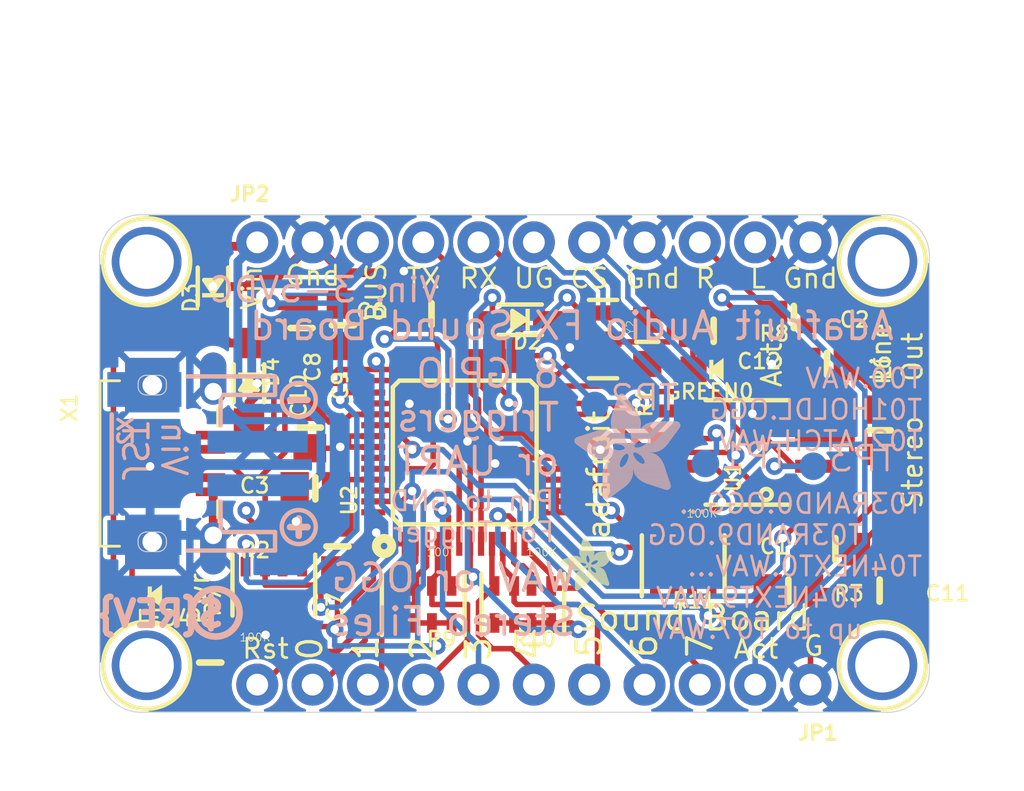
<source format=kicad_pcb>
(kicad_pcb (version 20221018) (generator pcbnew)
  (layers (0 "F.Cu" signal) (31 "B.Cu" signal) (34 "B.Paste" user) (35 "F.Paste" user) (36 "B.SilkS" user "B.Silkscreen") (37 "F.SilkS" user "F.Silkscreen") (38 "B.Mask" user) (39 "F.Mask" user) (44 "Edge.Cuts" user))
  (net 0 "")
  (net 1 "GND")
  (net 2 "D+")
  (net 3 "D-")
  (net 4 "SCK")
  (net 5 "CS")
  (net 6 "VHIGH")
  (net 7 "VIN")
  (net 8 "N$3")
  (net 9 "N$4")
  (net 10 "N$12")
  (net 11 "VDD")
  (net 12 "AVDD")
  (net 13 "LEFT")
  (net 14 "RIGHT")
  (net 15 "N$5")
  (net 16 "GPIO0_11")
  (net 17 "GPIO0_12")
  (net 18 "GPIO0_7")
  (net 19 "GPIO0_6")
  (net 20 "GPIO0_5")
  (net 21 "GPIO0_4")
  (net 22 "GPIO0_3")
  (net 23 "GPIO0_2")
  (net 24 "GPIO0_1")
  (net 25 "GPIO0_0")
  (net 26 "RX")
  (net 27 "TX")
  (net 28 "RX_5V")
  (net 29 "PWRBUTTON")
  (net 30 "RST")
  (net 31 "N$2")
  (net 32 "N$6")
  (net 33 "VBUS")
  (net 34 "L_AC")
  (net 35 "R_AC")
  (net 36 "N$1")
  (net 37 "N$8")
  (net 38 "MISO")
  (net 39 "MOSI")
  (footprint "working:RESPACK_4X0603" (layer "F.Cu") (at 156.2481 109.7026 180)
    (fp_text reference "R11")
    (fp_text value "100K")
  )
  (footprint "working:0805-NO" (layer "F.Cu") (at 139.3571 106.1466 180)
    (fp_text reference "C3")
    (fp_text value "1uF")
  )
  (footprint "working:0805-NO" (layer "F.Cu") (at 157.6451 98.9076)
    (fp_text reference "R8")
    (fp_text value "470")
  )
  (footprint "working:SOIC8_208MIL" (layer "F.Cu") (at 159.1691 104.4956 90)
    (fp_text reference "U1")
    (fp_text value " MX25L1606")
  )
  (footprint "working:4UCONN_20329_V2" (layer "F.Cu") (at 133.7691 105.0036 -90)
    (fp_text reference "X1")
    (fp_text value "Micro B")
    (fp_line (start -4.05 2.15) (end -4.05 1.6) (stroke (width 0.05)) (layer "Edge.Cuts"))
    (fp_line (start -3.7 1.25) (end -3.5 1.25) (stroke (width 0.05)) (layer "Edge.Cuts"))
    (fp_line (start -3.5 2.55) (end -3.7 2.55) (stroke (width 0.05)) (layer "Edge.Cuts"))
    (fp_line (start -3.15 1.6) (end -3.15 2.15) (stroke (width 0.05)) (layer "Edge.Cuts"))
    (fp_line (start 3.15 2.2) (end 3.15 1.6) (stroke (width 0.05)) (layer "Edge.Cuts"))
    (fp_line (start 4.05 1.6) (end 4.05 2.2) (stroke (width 0.05)) (layer "Edge.Cuts"))
    (fp_arc (start -4.05 1.6) (mid -3.947487 1.352513) (end -3.7 1.25) (stroke (width 0.05)) (layer "Edge.Cuts"))
    (fp_arc (start -3.7 2.55) (mid -3.957843 2.422487) (end -4.05 2.15) (stroke (width 0.05)) (layer "Edge.Cuts"))
    (fp_arc (start -3.5 1.25) (mid -3.252513 1.352513) (end -3.15 1.6) (stroke (width 0.05)) (layer "Edge.Cuts"))
    (fp_arc (start -3.15 2.15) (mid -3.242157 2.422487) (end -3.5 2.55) (stroke (width 0.05)) (layer "Edge.Cuts"))
    (fp_arc (start 3.15 1.6) (mid 3.302513 1.331802) (end 3.6 1.25) (stroke (width 0.05)) (layer "Edge.Cuts"))
    (fp_arc (start 3.6 1.25) (mid 3.897487 1.331802) (end 4.05 1.6) (stroke (width 0.05)) (layer "Edge.Cuts"))
    (fp_arc (start 3.6 2.55) (mid 3.302513 2.468198) (end 3.15 2.2) (stroke (width 0.05)) (layer "Edge.Cuts"))
    (fp_arc (start 4.05 2.2) (mid 3.897487 2.468198) (end 3.6 2.55) (stroke (width 0.05)) (layer "Edge.Cuts"))
  )
  (footprint "working:FIDUCIAL_1MM" (layer "F.Cu") (at 166.4081 108.6866)
    (fp_text reference "FID1" hide)
    (fp_text value "FIDUCIAL\"\"" hide)
  )
  (footprint "working:SOD-123" (layer "F.Cu") (at 136.3091 101.3206 -90)
    (fp_text reference "D4")
    (fp_text value "MBR120")
  )
  (footprint "working:0805-NO" (layer "F.Cu") (at 138.7221 98.7806 -90)
    (fp_text reference "C10")
    (fp_text value "1uF")
  )
  (footprint "working:0805-NO" (layer "F.Cu") (at 163.2331 108.9406 180)
    (fp_text reference "C1")
    (fp_text value "10uF")
  )
  (footprint "working:0805-NO" (layer "F.Cu") (at 165.2651 103.4796 90)
    (fp_text reference "R6")
    (fp_text value "470")
  )
  (footprint "working:CHIPLED_0805_NOOUTLINE" (layer "F.Cu") (at 157.7721 100.6856 90)
    (fp_text reference "GREEN0")
    (fp_text value "RED")
  )
  (footprint "working:0805-NO" (layer "F.Cu") (at 165.2651 110.8456)
    (fp_text reference "C11")
    (fp_text value "4.7nF")
  )
  (footprint "working:_0805MP" (layer "F.Cu") (at 154.5971 99.4156 -90)
    (fp_text reference "R1")
    (fp_text value "1M")
  )
  (footprint "working:SOD-123" (layer "F.Cu") (at 134.6581 96.8756 90)
    (fp_text reference "D3")
    (fp_text value "MBR120")
  )
  (footprint "working:0805-NO" (layer "F.Cu") (at 161.0741 110.8456)
    (fp_text reference "R3")
    (fp_text value "470")
  )
  (footprint "working:0805-NO" (layer "F.Cu") (at 139.1031 103.3526 90)
    (fp_text reference "C8")
    (fp_text value "10uF")
  )
  (footprint "working:RESPACK_4X0603" (layer "F.Cu") (at 148.8821 111.4806 180)
    (fp_text reference "R10")
    (fp_text value "100K")
  )
  (footprint "working:0805-NO" (layer "F.Cu") (at 134.5311 114.1476 90)
    (fp_text reference "R7")
    (fp_text value "470")
  )
  (footprint "working:1X11_ROUND_76" (layer "F.Cu") (at 149.3901 115.1636 180)
    (fp_text reference "JP1")
    (fp_text value "")
  )
  (footprint "working:MOUNTINGHOLE_2.5_PLATED" (layer "F.Cu") (at 165.3921 114.2746)
    (fp_text reference "U$8" hide)
    (fp_text value "MOUNTINGHOLE2.5" hide)
  )
  (footprint "working:0805_10MGAP" (layer "F.Cu") (at 144.6911 98.1456 180)
    (fp_text reference "C6")
    (fp_text value "10uF")
  )
  (footprint "working:0805-NO" (layer "F.Cu") (at 140.6271 98.6536 -90)
    (fp_text reference "C9")
    (fp_text value "10uF")
  )
  (footprint "working:0805-NO" (layer "F.Cu") (at 162.8521 100.4316 180)
    (fp_text reference "C12")
    (fp_text value "4.7nF")
  )
  (footprint "working:MOUNTINGHOLE_2.5_PLATED" (layer "F.Cu") (at 131.6101 95.7326)
    (fp_text reference "U$5" hide)
    (fp_text value "MOUNTINGHOLE2.5" hide)
  )
  (footprint "working:0805-NO" (layer "F.Cu") (at 161.3281 98.2726)
    (fp_text reference "C2")
    (fp_text value "10uF")
  )
  (footprint "working:1X11_ROUND_76" (layer "F.Cu") (at 149.3901 94.8436)
    (fp_text reference "JP2")
    (fp_text value "")
  )
  (footprint "working:0805_10MGAP" (layer "F.Cu") (at 140.3731 108.8136 -90)
    (fp_text reference "C7")
    (fp_text value "10uF")
  )
  (footprint "working:MOUNTINGHOLE_2.5_PLATED" (layer "F.Cu") (at 165.3921 95.7326)
    (fp_text reference "U$7" hide)
    (fp_text value "MOUNTINGHOLE2.5" hide)
  )
  (footprint "working:ADAFRUIT_2.5MM" (layer "F.Cu") (at 153.0731 110.8456 90)
    (fp_text reference "U$11" hide)
    (fp_text value "" hide)
  )
  (footprint "working:SOD-323" (layer "F.Cu") (at 148.7551 98.3996 180)
    (fp_text reference "D2")
    (fp_text value "1N4148")
  )
  (footprint "working:RESONATOR-SMD" (layer "F.Cu") (at 152.5651 99.2886 -90)
    (fp_text reference "Y2")
    (fp_text value "12MHz")
  )
  (footprint "working:MOUNTINGHOLE_2.5_PLATED" (layer "F.Cu") (at 131.6101 114.2746)
    (fp_text reference "U$6" hide)
    (fp_text value "MOUNTINGHOLE2.5" hide)
  )
  (footprint "working:FIDUCIAL_1MM" (layer "F.Cu") (at 130.2131 98.5266)
    (fp_text reference "FID2" hide)
    (fp_text value "FIDUCIAL\"\"" hide)
  )
  (footprint "working:LQFP48" (layer "F.Cu") (at 146.2151 104.4956 90)
    (fp_text reference "U2")
    (fp_text value "VS1000")
  )
  (footprint "working:RESPACK_4X0603" (layer "F.Cu") (at 137.4521 110.5916)
    (fp_text reference "R2")
    (fp_text value "100K")
  )
  (footprint "working:CHIPLED_0805_NOOUTLINE" (layer "F.Cu") (at 131.9911 111.0996 90)
    (fp_text reference "LED4")
    (fp_text value "Green")
  )
  (footprint "working:RESPACK_4X0603" (layer "F.Cu") (at 144.3101 111.4806 180)
    (fp_text reference "R9")
    (fp_text value "100K")
  )
  (footprint "working:SYMBOL_MINUS" (layer "B.Cu") (at 138.5951 102.0826 180)
    (fp_text reference "U$13" hide)
    (fp_text value "" hide)
  )
  (footprint "working:ADAFRUIT_5MM" (layer "B.Cu") (at 156.1211 106.6546 180)
    (fp_text reference "U$14" hide)
    (fp_text value "" hide)
  )
  (footprint "working:JSTPH2" (layer "B.Cu") (at 133.0071 105.0036 -90)
    (fp_text reference "X2")
    (fp_text value "JST_PH_2")
  )
  (footprint "working:B1,27" (layer "B.Cu") (at 162.2171 105.1306 180)
    (fp_text reference "TP3")
    (fp_text value "TPB1,27")
  )
  (footprint "working:B1,27" (layer "B.Cu") (at 157.2641 105.0036 180)
    (fp_text reference "TP1")
    (fp_text value "TPB1,27")
  )
  (footprint "working:B1,27" (layer "B.Cu") (at 152.1841 102.3366 180)
    (fp_text reference "TP2")
    (fp_text value "TPB1,27")
  )
  (footprint "working:SYMBOL_PLUS" (layer "B.Cu") (at 138.5951 107.9246 180)
    (fp_text reference "U$12" hide)
    (fp_text value "" hide)
  )
  (footprint "working:PCBFEAT-REV-056" (layer "B.Cu") (at 134.7851 111.8616 180)
    (fp_text reference "U$15" hide)
    (fp_text value "" hide)
  )
  (gr_line (start 165.6461 93.5736) (end 131.3561 93.5736) (stroke (width 0.05)) (layer "Edge.Cuts"))
  (gr_arc (start 131.3561 116.4336) (mid 130.009062 115.875638) (end 129.4511 114.5286) (stroke (width 0.05)) (layer "Edge.Cuts"))
  (gr_arc (start 165.6461 93.5736) (mid 166.993138 94.131562) (end 167.5511 95.4786) (stroke (width 0.05)) (layer "Edge.Cuts"))
  (gr_line (start 129.4511 95.4786) (end 129.4511 114.5286) (stroke (width 0.05)) (layer "Edge.Cuts"))
  (gr_arc (start 167.5511 114.5286) (mid 166.993138 115.875638) (end 165.6461 116.4336) (stroke (width 0.05)) (layer "Edge.Cuts"))
  (gr_arc (start 129.4511 95.4786) (mid 130.009062 94.131562) (end 131.3561 93.5736) (stroke (width 0.05)) (layer "Edge.Cuts"))
  (gr_line (start 167.5511 114.5286) (end 167.5511 95.4786) (stroke (width 0.05)) (layer "Edge.Cuts"))
  (gr_line (start 131.3561 116.4336) (end 165.6461 116.4336) (stroke (width 0.05)) (layer "Edge.Cuts"))
  (gr_text "Vin\nJST" (at 133.5151 102.9716 -90) (layer "B.SilkS") (effects (font (size 1.1176 1.1176) (thickness 0.1524)) (justify right top mirror)))
  (gr_text "8 GPIO\nTriggers\nor UART" (at 150.6601 105.6386) (layer "B.SilkS") (effects (font (size 1.251712 1.251712) (thickness 0.170688)) (justify left bottom mirror)))
  (gr_text "WAV or OGG\nStereo Files" (at 151.4221 113.0046) (layer "B.SilkS") (effects (font (size 1.251712 1.251712) (thickness 0.170688)) (justify left bottom mirror)))
  (gr_text "Adafruit Audio FX Sound Board" (at 166.0271 99.4156) (layer "B.SilkS") (effects (font (size 1.251712 1.251712) (thickness 0.170688)) (justify left bottom mirror)))
  (gr_text "Pin to GND\nFor Trigger" (at 150.4061 108.6866) (layer "B.SilkS") (effects (font (size 0.89408 0.89408) (thickness 0.12192)) (justify left bottom mirror)))
  (gr_text "Vin: 3-5VDC" (at 134.4041 96.3676) (layer "B.SilkS") (effects (font (size 1.1176 1.1176) (thickness 0.1524)) (justify right top mirror)))
  (gr_text "T00.WAV\nT01HOLDL.OGG\nT02LATCH.WAV\n\nT03RAND0.OGG...\n    T03RAND9.OGG\nT04NEXT0.WAV...\n    T04NEXT9.WAV\n    up to T07.WAV" (at 167.2971 113.1316) (layer "B.SilkS") (effects (font (size 0.89408 0.89408) (thickness 0.12192)) (justify left bottom mirror)))
  (gr_text "Gnd" (at 139.2301 96.3676) (layer "F.SilkS") (effects (font (size 0.89408 0.89408) (thickness 0.12192))))
  (gr_text "TX" (at 144.3101 96.4946) (layer "F.SilkS") (effects (font (size 0.89408 0.89408) (thickness 0.12192))))
  (gr_text "2" (at 144.3101 113.5126 90) (layer "F.SilkS") (effects (font (size 1.1176 1.1176) (thickness 0.1524))))
  (gr_text "3" (at 146.8501 113.5126 90) (layer "F.SilkS") (effects (font (size 1.1176 1.1176) (thickness 0.1524))))
  (gr_text "Line\nOut" (at 167.2971 101.3206 90) (layer "F.SilkS") (effects (font (size 0.89408 0.89408) (thickness 0.12192)) (justify left bottom)))
  (gr_text "Gnd" (at 154.8511 96.4946) (layer "F.SilkS") (effects (font (size 0.89408 0.89408) (thickness 0.12192))))
  (gr_text "0" (at 139.1031 112.8776 90) (layer "F.SilkS") (effects (font (size 1.1176 1.1176) (thickness 0.1524)) (justify right)))
  (gr_text "R" (at 157.2641 96.4946) (layer "F.SilkS") (effects (font (size 0.89408 0.89408) (thickness 0.12192))))
  (gr_text "adafruit" (at 152.9461 108.5596 90) (layer "F.SilkS") (effects (font (size 1.00584 1.00584) (thickness 0.13716)) (justify left bottom)))
  (gr_text "Vin" (at 136.4361 95.8596 90) (layer "F.SilkS") (effects (font (size 0.89408 0.89408) (thickness 0.12192)) (justify right)))
  (gr_text "Pwr" (at 134.0231 112.4966 90) (layer "F.SilkS") (effects (font (size 0.89408 0.89408) (thickness 0.12192)) (justify left)))
  (gr_text "5" (at 151.9301 114.0206 90) (layer "F.SilkS") (effects (font (size 1.1176 1.1176) (thickness 0.1524)) (justify left)))
  (gr_text "7" (at 157.0101 114.0206 90) (layer "F.SilkS") (effects (font (size 1.1176 1.1176) (thickness 0.1524)) (justify left)))
  (gr_text "1" (at 141.0081 112.8776 90) (layer "F.SilkS") (effects (font (size 1.1176 1.1176) (thickness 0.1524)) (justify right top)))
  (gr_text "UG" (at 149.3901 96.4946) (layer "F.SilkS") (effects (font (size 0.89408 0.89408) (thickness 0.12192))))
  (gr_text "Act" (at 160.3121 101.5746 90) (layer "F.SilkS") (effects (font (size 0.89408 0.89408) (thickness 0.12192)) (justify left)))
  (gr_text "Sound Board" (at 151.1681 112.7506) (layer "F.SilkS") (effects (font (size 1.1176 1.1176) (thickness 0.1524)) (justify left bottom)))
  (gr_text "L" (at 159.6771 96.4946) (layer "F.SilkS") (effects (font (size 0.89408 0.89408) (thickness 0.12192))))
  (gr_text "4" (at 149.2631 113.5126 90) (layer "F.SilkS") (effects (font (size 1.1176 1.1176) (thickness 0.1524))))
  (gr_text "Gnd" (at 162.0901 96.4946) (layer "F.SilkS") (effects (font (size 0.89408 0.89408) (thickness 0.12192))))
  (gr_text "Act" (at 160.6931 113.5126) (layer "F.SilkS") (effects (font (size 0.89408 0.89408) (thickness 0.12192)) (justify right)))
  (gr_text "G" (at 161.7091 113.3856) (layer "F.SilkS") (effects (font (size 0.89408 0.89408) (thickness 0.12192)) (justify left)))
  (gr_text "BUS" (at 142.1511 97.1296 90) (layer "F.SilkS") (effects (font (size 0.89408 0.89408) (thickness 0.12192))))
  (gr_text "CS" (at 151.9301 96.4946) (layer "F.SilkS") (effects (font (size 0.89408 0.89408) (thickness 0.12192))))
  (gr_text "RX" (at 146.8501 96.4946) (layer "F.SilkS") (effects (font (size 0.89408 0.89408) (thickness 0.12192))))
  (gr_text "Rst" (at 138.2141 113.5126) (layer "F.SilkS") (effects (font (size 0.89408 0.89408) (thickness 0.12192)) (justify right)))
  (gr_text "6" (at 154.4701 114.0206 90) (layer "F.SilkS") (effects (font (size 1.1176 1.1176) (thickness 0.1524)) (justify left)))
  (gr_text "Stereo" (at 167.2971 107.1626 90) (layer "F.SilkS") (effects (font (size 0.89408 0.89408) (thickness 0.12192)) (justify left bottom)))
  (segment (start 136.1521 111.4416) (end 136.1521 111.9586) (width 0.254) (layer "F.Cu") (net 1))
  (segment (start 165.2651 112.1156) (end 163.3601 112.1156) (width 0.254) (layer "F.Cu") (net 1))
  (segment (start 148.8821 104.3686) (end 148.2471 104.3686) (width 0.254) (layer "F.Cu") (net 1))
  (segment (start 145.9611 104.3686) (end 145.9611 108.6916) (width 0.254) (layer "F.Cu") (net 1))
  (segment (start 139.2301 94.8436) (end 137.5791 96.4946) (width 0.4064) (layer "F.Cu") (net 1))
  (segment (start 131.7691 105.136847) (end 131.7691 105.7536) (width 0.4064) (layer "F.Cu") (net 1))
  (segment (start 166.2151 110.8456) (end 166.2151 111.1656) (width 0.254) (layer "F.Cu") (net 1))
  (segment (start 151.1681 99.6696) (end 151.0411 99.6696) (width 0.254) (layer "F.Cu") (net 1))
  (segment (start 152.6921 99.4156) (end 155.6131 99.4156) (width 0.254) (layer "F.Cu") (net 1))
  (segment (start 155.6131 99.4156) (end 155.6131 95.9866) (width 0.254) (layer "F.Cu") (net 1))
  (segment (start 150.4151 104.7456) (end 149.2591 104.7456) (width 0.254) (layer "F.Cu") (net 1))
  (segment (start 145.9651 100.2956) (end 145.9651 98.2426) (width 0.254) (layer "F.Cu") (net 1))
  (segment (start 166.2151 111.1656) (end 165.2651 112.1156) (width 0.254) (layer "F.Cu") (net 1))
  (segment (start 151.1681 99.6696) (end 151.5491 99.2886) (width 0.254) (layer "F.Cu") (net 1))
  (segment (start 140.6271 96.2406) (end 144.5641 96.2406) (width 0.4064) (layer "F.Cu") (net 1))
  (segment (start 159.5501 102.5906) (end 159.4231 102.7176) (width 0.4064) (layer "F.Cu") (net 1))
  (segment (start 161.9021 100.4316) (end 160.3121 100.4316) (width 0.254) (layer "F.Cu") (net 1))
  (segment (start 162.4841 102.5906) (end 159.6771 102.5906) (width 0.4064) (layer "F.Cu") (net 1))
  (segment (start 131.7691 104.2536) (end 131.7691 105.136847) (width 0.4064) (layer "F.Cu") (net 1))
  (segment (start 140.6271 96.2406) (end 140.6271 97.7036) (width 0.4064) (layer "F.Cu") (net 1))
  (segment (start 149.2591 104.7456) (end 148.8821 104.3686) (width 0.254) (layer "F.Cu") (net 1))
  (segment (start 152.5651 99.2886) (end 152.6921 99.4156) (width 0.254) (layer "F.Cu") (net 1))
  (segment (start 140.4391 104.3026) (end 139.1031 104.3026) (width 0.254) (layer "F.Cu") (net 1))
  (segment (start 140.2801 107.6706) (end 138.4681 107.6706) (width 0.4064) (layer "F.Cu") (net 1))
  (segment (start 142.0151 108.0426) (end 142.1511 108.1786) (width 0.254) (layer "F.Cu") (net 1))
  (segment (start 142.0151 102.2456) (end 143.6603 102.2456) (width 0.254) (layer "F.Cu") (net 1))
  (segment (start 134.5441 106.3036) (end 134.6691 106.4286) (width 0.4064) (layer "F.Cu") (net 1))
  (segment (start 145.7411 97.6036) (end 145.7411 98.1456) (width 0.254) (layer "F.Cu") (net 1))
  (segment (start 136.5631 96.4946) (end 136.1821 96.8756) (width 0.4064) (layer "F.Cu") (net 1))
  (segment (start 140.5001 104.2416) (end 140.8811 104.2416) (width 0.254) (layer "F.Cu") (net 1))
  (segment (start 145.9651 101.9516) (end 146.3421 102.3286) (width 0.254) (layer "F.Cu") (net 1))
  (segment (start 145.9651 100.2956) (end 145.9651 101.9516) (width 0.254) (layer "F.Cu") (net 1))
  (segment (start 152.5651 99.2886) (end 151.5491 99.2886) (width 0.254) (layer "F.Cu") (net 1))
  (segment (start 140.8811 104.2416) (end 140.8811 103.7456) (width 0.254) (layer "F.Cu") (net 1))
  (segment (start 155.6131 95.9866) (end 154.4701 94.8436) (width 0.254) (layer "F.Cu") (net 1))
  (segment (start 138.4681 106.2076) (end 138.4681 107.6706) (width 0.4064) (layer "F.Cu") (net 1))
  (segment (start 140.5001 104.2416) (end 140.4391 104.3026) (width 0.254) (layer "F.Cu") (net 1))
  (segment (start 142.0151 107.2456) (end 142.0151 108.0426) (width 0.254) (layer "F.Cu") (net 1))
  (segment (start 136.1821 96.8756) (end 134.6581 96.8756) (width 0.4064) (layer "F.Cu") (net 1))
  (segment (start 137.5791 96.4946) (end 136.5631 96.4946) (width 0.4064) (layer "F.Cu") (net 1))
  (segment (start 162.0901 113.3856) (end 162.0901 115.1636) (width 0.254) (layer "F.Cu") (net 1))
  (segment (start 134.6691 106.4286) (end 134.6691 108.3036) (width 0.4064) (layer "F.Cu") (net 1))
  (segment (start 143.6603 102.2456) (end 143.6751 102.2604) (width 0.254) (layer "F.Cu") (net 1))
  (segment (start 163.3601 112.1156) (end 162.0901 113.3856) (width 0.254) (layer "F.Cu") (net 1))
  (segment (start 146.3421 103.9876) (end 145.9611 104.3686) (width 0.254) (layer "F.Cu") (net 1))
  (segment (start 142.0151 103.7456) (end 140.8811 103.7456) (width 0.254) (layer "F.Cu") (net 1))
  (segment (start 140.8851 104.2456) (end 140.8811 104.2416) (width 0.254) (layer "F.Cu") (net 1))
  (segment (start 159.6771 102.5906) (end 159.5501 102.5906) (width 0.254) (layer "F.Cu") (net 1))
  (segment (start 130.9411 109.5316) (end 130.9411 111.0996) (width 0.254) (layer "F.Cu") (net 1))
  (segment (start 131.8691 108.6036) (end 130.9411 109.5316) (width 0.254) (layer "F.Cu") (net 1))
  (segment (start 142.0151 104.2456) (end 140.8851 104.2456) (width 0.254) (layer "F.Cu") (net 1))
  (segment (start 146.9651 105.6506) (end 147.6121 105.0036) (width 0.254) (layer "F.Cu") (net 1))
  (segment (start 144.5641 96.2406) (end 145.8341 97.5106) (width 0.4064) (layer "F.Cu") (net 1))
  (segment (start 138.4071 106.1466) (end 138.4681 106.2076) (width 0.4064) (layer "F.Cu") (net 1))
  (segment (start 146.9651 108.6956) (end 146.9651 105.6506) (width 0.254) (layer "F.Cu") (net 1))
  (segment (start 145.9611 108.6916) (end 145.9651 108.6956) (width 0.254) (layer "F.Cu") (net 1))
  (segment (start 140.3731 107.7636) (end 140.2801 107.6706) (width 0.4064) (layer "F.Cu") (net 1))
  (segment (start 146.3421 102.3286) (end 146.3421 103.9876) (width 0.254) (layer "F.Cu") (net 1))
  (segment (start 145.8341 97.5106) (end 145.7411 97.6036) (width 0.254) (layer "F.Cu") (net 1))
  (segment (start 136.1521 111.9586) (end 137.0711 112.8776) (width 0.254) (layer "F.Cu") (net 1))
  (segment (start 148.2471 104.3686) (end 147.6121 105.0036) (width 0.254) (layer "F.Cu") (net 1))
  (segment (start 139.2301 94.8436) (end 140.6271 96.2406) (width 0.4064) (layer "F.Cu") (net 1))
  (via (at 142.1511 108.1786) (size 0.8001) (drill 0.3937) (layers "F.Cu" "B.Cu") (net 1))
  (via (at 134.6581 96.8756) (size 0.8064) (drill 0.4) (layers "F.Cu" "B.Cu") (net 1))
  (via (at 151.0411 99.6696) (size 0.8001) (drill 0.3937) (layers "F.Cu" "B.Cu") (net 1))
  (via (at 143.6751 102.2604) (size 0.8001) (drill 0.3937) (layers "F.Cu" "B.Cu") (net 1))
  (via (at 143.4211 96.1644) (size 0.8001) (drill 0.3937) (layers "F.Cu" "B.Cu") (net 1))
  (via (at 159.4231 102.7176) (size 0.8001) (drill 0.3937) (layers "F.Cu" "B.Cu") (net 1))
  (via (at 140.5001 104.2416) (size 0.8001) (drill 0.3937) (layers "F.Cu" "B.Cu") (net 1))
  (via (at 147.6121 105.0036) (size 0.8001) (drill 0.3937) (layers "F.Cu" "B.Cu") (net 1))
  (via (at 137.0711 112.8776) (size 0.8001) (drill 0.3937) (layers "F.Cu" "B.Cu") (net 1))
  (via (at 146.3421 103.9876) (size 0.8001) (drill 0.3937) (layers "F.Cu" "B.Cu") (net 1))
  (via (at 138.4681 107.6706) (size 0.8001) (drill 0.3937) (layers "F.Cu" "B.Cu") (net 1))
  (via (at 131.7691 105.136847) (size 0.8001) (drill 0.3937) (layers "F.Cu" "B.Cu") (net 1))
  (via (at 160.3121 100.4316) (size 0.8001) (drill 0.3937) (layers "F.Cu" "B.Cu") (net 1))
  (segment (start 132.3701 108.3036) (end 131.7691 107.7026) (width 0.4064) (layer "B.Cu") (net 1))
  (segment (start 143.8021 102.5906) (end 143.5481 102.5906) (width 0.254) (layer "B.Cu") (net 1))
  (segment (start 159.4231 102.7176) (end 159.4231 103.0986) (width 0.254) (layer "B.Cu") (net 1))
  (segment (start 134.6691 108.3036) (end 132.3701 108.3036) (width 0.4064) (layer "B.Cu") (net 1))
  (segment (start 134.5311 97.0026) (end 134.5311 96.7486) (width 0.4064) (layer "B.Cu") (net 1))
  (segment (start 160.3121 100.4316) (end 160.0581 100.1776) (width 0.254) (layer "B.Cu") (net 1))
  (segment (start 131.7691 105.136847) (end 131.489346 105.136847) (width 0.4064) (layer "B.Cu") (net 1))
  (segment (start 131.489346 105.136847) (end 131.3561 105.0036) (width 0.4064) (layer "B.Cu") (net 1))
  (segment (start 131.7691 107.7026) (end 131.7691 105.136847) (width 0.4064) (layer "B.Cu") (net 1))
  (segment (start 134.6581 96.8756) (end 134.5311 97.0026) (width 0.4064) (layer "B.Cu") (net 1))
  (segment (start 142.9131 101.1936) (end 143.1671 101.4476) (width 0.254) (layer "F.Cu") (net 2))
  (segment (start 137.9601 101.5746) (end 137.9601 104.4956) (width 0.254) (layer "F.Cu") (net 2))
  (segment (start 143.1671 101.4476) (end 143.8021 101.4476) (width 0.254) (layer "F.Cu") (net 2))
  (segment (start 140.6271 101.1936) (end 142.9131 101.1936) (width 0.254) (layer "F.Cu") (net 2))
  (segment (start 137.0521 105.8736) (end 137.0521 107.3976) (width 0.254) (layer "F.Cu") (net 2))
  (segment (start 138.2141 101.3206) (end 140.5001 101.3206) (width 0.254) (layer "F.Cu") (net 2))
  (segment (start 143.8021 101.4476) (end 143.9651 101.2846) (width 0.254) (layer "F.Cu") (net 2))
  (segment (start 137.0521 107.3976) (end 137.8521 108.1976) (width 0.254) (layer "F.Cu") (net 2))
  (segment (start 136.0551 105.6386) (end 135.4201 105.0036) (width 0.254) (layer "F.Cu") (net 2))
  (segment (start 140.5001 101.3206) (end 140.6271 101.1936) (width 0.254) (layer "F.Cu") (net 2))
  (segment (start 136.8171 105.6386) (end 137.0521 105.8736) (width 0.254) (layer "F.Cu") (net 2))
  (segment (start 137.9601 101.5746) (end 138.2141 101.3206) (width 0.254) (layer "F.Cu") (net 2))
  (segment (start 137.8521 108.1976) (end 137.8521 109.7416) (width 0.254) (layer "F.Cu") (net 2))
  (segment (start 137.9601 104.4956) (end 136.8171 105.6386) (width 0.254) (layer "F.Cu") (net 2))
  (segment (start 136.8171 105.6386) (end 136.0551 105.6386) (width 0.254) (layer "F.Cu") (net 2))
  (segment (start 135.4201 105.0036) (end 134.5441 105.0036) (width 0.254) (layer "F.Cu") (net 2))
  (segment (start 143.9651 100.2956) (end 143.9651 101.2846) (width 0.254) (layer "F.Cu") (net 2))
  (segment (start 137.4521 103.9876) (end 137.4521 101.3206) (width 0.254) (layer "F.Cu") (net 3))
  (segment (start 137.0711 109.7226) (end 137.0521 109.7416) (width 0.254) (layer "F.Cu") (net 3))
  (segment (start 140.2721 100.8126) (end 140.3991 100.6856) (width 0.254) (layer "F.Cu") (net 3))
  (segment (start 137.4521 103.9876) (end 137.0861 104.3536) (width 0.254) (layer "F.Cu") (net 3))
  (segment (start 142.1511 100.6856) (end 142.2781 100.6856) (width 0.254) (layer "F.Cu") (net 3))
  (segment (start 137.9601 100.8126) (end 140.2721 100.8126) (width 0.254) (layer "F.Cu") (net 3))
  (segment (start 143.4651 100.2956) (end 143.3031 100.2956) (width 0.254) (layer "F.Cu") (net 3))
  (segment (start 136.1821 107.4166) (end 137.0711 108.3056) (width 0.254) (layer "F.Cu") (net 3))
  (segment (start 143.3031 100.2956) (end 142.9131 100.6856) (width 0.254) (layer "F.Cu") (net 3))
  (segment (start 142.2781 100.6856) (end 142.9131 100.6856) (width 0.254) (layer "F.Cu") (net 3))
  (segment (start 136.1821 107.1626) (end 136.1821 107.4166) (width 0.254) (layer "F.Cu") (net 3))
  (segment (start 137.0711 108.3056) (end 137.0711 109.7226) (width 0.254) (layer "F.Cu") (net 3))
  (segment (start 142.1511 100.3046) (end 142.1511 100.6856) (width 0.254) (layer "F.Cu") (net 3))
  (segment (start 137.0521 109.7416) (end 137.0521 110.5916) (width 0.254) (layer "F.Cu") (net 3))
  (segment (start 137.0521 110.5916) (end 139.2301 110.5916) (width 0.254) (layer "F.Cu") (net 3))
  (segment (start 140.3991 100.6856) (end 142.1511 100.6856) (width 0.254) (layer "F.Cu") (net 3))
  (segment (start 137.4521 101.3206) (end 137.9601 100.8126) (width 0.254) (layer "F.Cu") (net 3))
  (segment (start 139.6111 110.9726) (end 139.6111 111.6076) (width 0.254) (layer "F.Cu") (net 3))
  (segment (start 134.5441 104.3536) (end 137.0861 104.3536) (width 0.254) (layer "F.Cu") (net 3))
  (segment (start 139.2301 110.5916) (end 139.6111 110.9726) (width 0.254) (layer "F.Cu") (net 3))
  (via (at 139.6111 111.6076) (size 0.8064) (drill 0.4) (layers "F.Cu" "B.Cu") (net 3))
  (via (at 136.1821 107.1626) (size 0.8001) (drill 0.3937) (layers "F.Cu" "B.Cu") (net 3))
  (via (at 142.1511 100.3046) (size 0.8064) (drill 0.4) (layers "F.Cu" "B.Cu") (net 3))
  (segment (start 140.5001 111.6076) (end 143.0401 109.0676) (width 0.254) (layer "B.Cu") (net 3))
  (segment (start 139.6111 111.6076) (end 140.5001 111.6076) (width 0.254) (layer "B.Cu") (net 3))
  (segment (start 143.0401 109.0676) (end 143.0401 107.5436) (width 0.254) (layer "B.Cu") (net 3))
  (segment (start 142.4051 106.9086) (end 142.4051 100.5586) (width 0.254) (layer "B.Cu") (net 3))
  (segment (start 143.0401 107.5436) (end 142.4051 106.9086) (width 0.254) (layer "B.Cu") (net 3))
  (segment (start 142.4051 100.5586) (end 142.1511 100.3046) (width 0.254) (layer "B.Cu") (net 3))
  (segment (start 150.4151 102.2456) (end 152.9821 102.2456) (width 0.254) (layer "F.Cu") (net 4))
  (segment (start 154.4701 103.2256) (end 155.1051 103.8606) (width 0.254) (layer "F.Cu") (net 4))
  (segment (start 152.9821 102.2456) (end 153.9621 103.2256) (width 0.254) (layer "F.Cu") (net 4))
  (segment (start 153.9621 103.2256) (end 154.4701 103.2256) (width 0.254) (layer "F.Cu") (net 4))
  (segment (start 157.7721 103.6066) (end 157.5181 103.8606) (width 0.254) (layer "F.Cu") (net 4))
  (segment (start 157.5181 103.8606) (end 155.8541 103.8606) (width 0.254) (layer "F.Cu") (net 4))
  (segment (start 155.1051 103.8606) (end 155.8541 103.8606) (width 0.254) (layer "F.Cu") (net 4))
  (via (at 157.7721 103.6066) (size 0.8001) (drill 0.3937) (layers "F.Cu" "B.Cu") (net 4))
  (segment (start 157.2641 105.0036) (end 157.7721 104.4956) (width 0.254) (layer "B.Cu") (net 4))
  (segment (start 157.7721 104.4956) (end 157.7721 103.6066) (width 0.254) (layer "B.Cu") (net 4))
  (segment (start 161.0741 106.0196) (end 159.8041 106.0196) (width 0.254) (layer "F.Cu") (net 5))
  (segment (start 159.8041 106.0196) (end 159.5501 106.0196) (width 0.254) (layer "F.Cu") (net 5))
  (segment (start 152.7201 102.7456) (end 153.7081 103.7336) (width 0.254) (layer "F.Cu") (net 5))
  (segment (start 161.4551 106.4006) (end 161.0741 106.0196) (width 0.254) (layer "F.Cu") (net 5))
  (segment (start 159.5501 106.0196) (end 158.6611 105.1306) (width 0.254) (layer "F.Cu") (net 5))
  (segment (start 153.7081 103.7336) (end 153.8351 103.7336) (width 0.254) (layer "F.Cu") (net 5))
  (segment (start 150.4151 102.7456) (end 152.7201 102.7456) (width 0.254) (layer "F.Cu") (net 5))
  (segment (start 153.8351 103.7336) (end 154.5971 104.4956) (width 0.254) (layer "F.Cu") (net 5))
  (segment (start 157.5481 108.8526) (end 158.1141 108.8526) (width 0.254) (layer "F.Cu") (net 5))
  (segment (start 159.9311 106.1466) (end 159.8041 106.0196) (width 0.254) (layer "F.Cu") (net 5))
  (segment (start 159.9311 107.0356) (end 159.9311 106.1466) (width 0.254) (layer "F.Cu") (net 5))
  (segment (start 161.4551 106.4006) (end 162.4841 106.4006) (width 0.254) (layer "F.Cu") (net 5))
  (segment (start 162.6111 106.4006) (end 162.4841 106.4006) (width 0.254) (layer "F.Cu") (net 5))
  (segment (start 158.1141 108.8526) (end 159.9311 107.0356) (width 0.254) (layer "F.Cu") (net 5))
  (segment (start 158.6611 105.1306) (end 158.6611 104.6226) (width 0.254) (layer "F.Cu") (net 5))
  (segment (start 158.6611 104.6226) (end 158.6611 104.4956) (width 0.254) (layer "F.Cu") (net 5))
  (segment (start 154.5971 104.4956) (end 158.6611 104.4956) (width 0.254) (layer "F.Cu") (net 5))
  (via (at 158.6611 104.6226) (size 0.8001) (drill 0.3937) (layers "F.Cu" "B.Cu") (net 5))
  (segment (start 153.7081 96.4946) (end 152.0571 94.8436) (width 0.254) (layer "B.Cu") (net 5))
  (segment (start 158.5341 102.2096) (end 153.7081 97.3836) (width 0.254) (layer "B.Cu") (net 5))
  (segment (start 158.5341 104.4956) (end 158.6611 104.6226) (width 0.254) (layer "B.Cu") (net 5))
  (segment (start 152.0571 94.8436) (end 151.9301 94.8436) (width 0.254) (layer "B.Cu") (net 5))
  (segment (start 153.7081 97.3836) (end 153.7081 96.4946) (width 0.254) (layer "B.Cu") (net 5))
  (segment (start 158.5341 104.4956) (end 158.5341 102.2096) (width 0.254) (layer "B.Cu") (net 5))
  (segment (start 136.3091 99.4706) (end 136.5691 99.7306) (width 0.4064) (layer "F.Cu") (net 6))
  (segment (start 129.9591 109.8296) (end 129.9591 111.9886) (width 0.254) (layer "F.Cu") (net 6))
  (segment (start 135.4031 99.4706) (end 136.3091 99.4706) (width 0.4064) (layer "F.Cu") (net 6))
  (segment (start 130.7211 99.5426) (end 130.0861 100.1776) (width 0.254) (layer "F.Cu") (net 6))
  (segment (start 144.6911 99.1616) (end 144.6911 97.2566) (width 0.254) (layer "F.Cu") (net 6))
  (segment (start 144.6911 97.2566) (end 144.4371 97.0026) (width 0.254) (layer "F.Cu") (net 6))
  (segment (start 134.6581 98.7256) (end 133.8411 99.5426) (width 0.254) (layer "F.Cu") (net 6))
  (segment (start 136.5691 99.7306) (end 138.7221 99.7306) (width 0.4064) (layer "F.Cu") (net 6))
  (segment (start 142.2781 97.3836) (end 142.2781 98.2726) (width 0.254) (layer "F.Cu") (net 6))
  (segment (start 140.6881 99.5426) (end 140.6271 99.6036) (width 0.254) (layer "F.Cu") (net 6))
  (segment (start 133.8411 99.5426) (end 130.7211 99.5426) (width 0.254) (layer "F.Cu") (net 6))
  (segment (start 140.9471 99.6036) (end 140.6271 99.6036) (width 0.4064) (layer "F.Cu") (net 6))
  (segment (start 133.4491 112.1156) (end 134.5311 113.1976) (width 0.254) (layer "F.Cu") (net 6))
  (segment (start 129.9591 111.9886) (end 130.0861 112.1156) (width 0.254) (layer "F.Cu") (net 6))
  (segment (start 134.6581 98.7256) (end 135.4031 99.4706) (width 0.4064) (layer "F.Cu") (net 6))
  (segment (start 130.0861 112.1156) (end 133.4491 112.1156) (width 0.254) (layer "F.Cu") (net 6))
  (segment (start 144.4371 97.0026) (end 142.6591 97.0026) (width 0.254) (layer "F.Cu") (net 6))
  (segment (start 144.9651 100.2956) (end 144.9651 99.4356) (width 0.254) (layer "F.Cu") (net 6))
  (segment (start 140.8811 99.5426) (end 140.8201 99.6036) (width 0.4064) (layer "F.Cu") (net 6))
  (segment (start 142.2781 98.2726) (end 140.9471 99.6036) (width 0.4064) (layer "F.Cu") (net 6))
  (segment (start 142.6591 97.0026) (end 142.2781 97.3836) (width 0.254) (layer "F.Cu") (net 6))
  (segment (start 138.7221 99.7306) (end 140.5001 99.7306) (width 0.4064) (layer "F.Cu") (net 6))
  (segment (start 130.0861 109.7026) (end 129.9591 109.8296) (width 0.254) (layer "F.Cu") (net 6))
  (segment (start 130.0861 100.1776) (end 130.0861 109.7026) (width 0.254) (layer "F.Cu") (net 6))
  (segment (start 144.9651 99.4356) (end 144.6911 99.1616) (width 0.254) (layer "F.Cu") (net 6))
  (segment (start 140.8811 99.5426) (end 140.8811 99.6036) (width 0.254) (layer "F.Cu") (net 6))
  (segment (start 140.8201 99.6036) (end 140.6271 99.6036) (width 0.4064) (layer "F.Cu") (net 6))
  (segment (start 140.5001 99.7306) (end 140.6271 99.6036) (width 0.4064) (layer "F.Cu") (net 6))
  (segment (start 136.5081 95.0256) (end 136.6901 94.8436) (width 0.4064) (layer "F.Cu") (net 7))
  (segment (start 136.5081 95.0256) (end 134.6581 95.0256) (width 0.4064) (layer "F.Cu") (net 7))
  (segment (start 138.9761 102.4636) (end 136.0551 102.4636) (width 0.4064) (layer "B.Cu") (net 7))
  (segment (start 135.8011 102.2096) (end 135.8011 95.7326) (width 0.4064) (layer "B.Cu") (net 7))
  (segment (start 136.0551 102.4636) (end 135.8011 102.2096) (width 0.4064) (layer "B.Cu") (net 7))
  (segment (start 139.1191 106.0036) (end 139.6111 105.5116) (width 0.4064) (layer "B.Cu") (net 7))
  (segment (start 139.6111 103.0986) (end 138.9761 102.4636) (width 0.4064) (layer "B.Cu") (net 7))
  (segment (start 136.7071 106.0036) (end 139.1191 106.0036) (width 0.4064) (layer "B.Cu") (net 7))
  (segment (start 135.8011 95.7326) (end 136.6901 94.8436) (width 0.4064) (layer "B.Cu") (net 7))
  (segment (start 139.6111 105.5116) (end 139.6111 103.0986) (width 0.4064) (layer "B.Cu") (net 7))
  (segment (start 142.0151 105.7456) (end 140.7081 105.7456) (width 0.254) (layer "F.Cu") (net 8))
  (segment (start 140.7081 105.7456) (end 140.3071 106.1466) (width 0.254) (layer "F.Cu") (net 8))
  (segment (start 149.1361 101.7016) (end 149.8981 100.9396) (width 0.254) (layer "F.Cu") (net 9))
  (segment (start 146.9771 100.3076) (end 146.9651 100.2956) (width 0.254) (layer "F.Cu") (net 9))
  (segment (start 147.3581 102.5906) (end 147.8661 103.0986) (width 0.254) (layer "F.Cu") (net 9))
  (segment (start 150.4671 100.9396) (end 150.9181 100.4886) (width 0.254) (layer "F.Cu") (net 9))
  (segment (start 149.1361 102.7176) (end 149.1361 101.7016) (width 0.254) (layer "F.Cu") (net 9))
  (segment (start 147.8661 103.0986) (end 148.7551 103.0986) (width 0.254) (layer "F.Cu") (net 9))
  (segment (start 149.8981 100.9396) (end 150.4671 100.9396) (width 0.254) (layer "F.Cu") (net 9))
  (segment (start 152.5651 100.4886) (end 152.6221 100.4316) (width 0.254) (layer "F.Cu") (net 9))
  (segment (start 146.9771 101.4476) (end 146.9771 100.3076) (width 0.254) (layer "F.Cu") (net 9))
  (segment (start 148.7551 103.0986) (end 149.1361 102.7176) (width 0.254) (layer "F.Cu") (net 9))
  (segment (start 150.9181 100.4886) (end 152.5651 100.4886) (width 0.254) (layer "F.Cu") (net 9))
  (segment (start 147.3581 101.8286) (end 146.9771 101.4476) (width 0.254) (layer "F.Cu") (net 9))
  (segment (start 152.6221 100.4316) (end 154.5971 100.4316) (width 0.254) (layer "F.Cu") (net 9))
  (segment (start 147.3581 101.8286) (end 147.3581 102.5906) (width 0.254) (layer "F.Cu") (net 9))
  (segment (start 147.4651 100.2956) (end 147.4651 101.1736) (width 0.254) (layer "F.Cu") (net 10))
  (segment (start 152.5651 98.0886) (end 151.6191 98.0886) (width 0.254) (layer "F.Cu") (net 10))
  (segment (start 154.2861 98.0886) (end 152.5651 98.0886) (width 0.254) (layer "F.Cu") (net 10))
  (segment (start 147.4651 101.1736) (end 148.2471 101.9556) (width 0.254) (layer "F.Cu") (net 10))
  (segment (start 154.5971 98.3996) (end 154.2861 98.0886) (width 0.254) (layer "F.Cu") (net 10))
  (segment (start 151.6191 98.0886) (end 150.9141 97.3836) (width 0.254) (layer "F.Cu") (net 10))
  (segment (start 148.2471 101.9556) (end 148.2471 102.2096) (width 0.254) (layer "F.Cu") (net 10))
  (via (at 150.9141 97.3836) (size 0.8001) (drill 0.3937) (layers "F.Cu" "B.Cu") (net 10))
  (via (at 148.2471 102.2096) (size 0.8001) (drill 0.3937) (layers "F.Cu" "B.Cu") (net 10))
  (segment (start 148.2471 99.2886) (end 148.7551 98.7806) (width 0.254) (layer "B.Cu") (net 10))
  (segment (start 148.7551 98.7806) (end 149.5171 98.7806) (width 0.254) (layer "B.Cu") (net 10))
  (segment (start 149.5171 98.7806) (end 150.9141 97.3836) (width 0.254) (layer "B.Cu") (net 10))
  (segment (start 148.2471 102.2096) (end 148.2471 99.2886) (width 0.254) (layer "B.Cu") (net 10))
  (segment (start 149.2631 106.2456) (end 149.2631 105.2576) (width 0.254) (layer "F.Cu") (net 11))
  (segment (start 146.8501 102.0826) (end 146.8501 102.9716) (width 0.254) (layer "F.Cu") (net 11))
  (segment (start 151.8031 104.8766) (end 152.3111 105.3846) (width 0.254) (layer "F.Cu") (net 11))
  (segment (start 162.4841 103.8606) (end 163.9951 103.8606) (width 0.254) (layer "F.Cu") (net 11))
  (segment (start 150.4151 106.2456) (end 149.2631 106.2456) (width 0.254) (layer "F.Cu") (net 11))
  (segment (start 160.9381 107.1626) (end 163.8681 107.1626) (width 0.254) (layer "F.Cu") (net 11))
  (segment (start 147.3581 103.6066) (end 147.2311 103.4796) (width 0.254) (layer "F.Cu") (net 11))
  (segment (start 158.7881 107.2896) (end 158.7881 106.2736) (width 0.254) (layer "F.Cu") (net 11))
  (segment (start 158.2801 107.7976) (end 158.7881 107.2896) (width 0.254) (layer "F.Cu") (net 11))
  (segment (start 149.2631 105.2576) (end 150.4151 105.2576) (width 0.254) (layer "F.Cu") (net 11))
  (segment (start 156.6481 110.5526) (end 156.6481 108.8526) (width 0.254) (layer "F.Cu") (net 11))
  (segment (start 150.4151 106.7456) (end 150.4151 106.2456) (width 0.254) (layer "F.Cu") (net 11))
  (segment (start 156.6481 108.1596) (end 157.0101 107.7976) (width 0.254) (layer "F.Cu") (net 11))
  (segment (start 149.5171 104.2416) (end 150.4111 104.2416) (width 0.254) (layer "F.Cu") (net 11))
  (segment (start 154.2771 106.4006) (end 155.8541 106.4006) (width 0.254) (layer "F.Cu") (net 11))
  (segment (start 147.2311 103.3526) (end 147.2311 103.4796) (width 0.254) (layer "F.Cu") (net 11))
  (segment (start 151.4261 104.2456) (end 150.4151 104.2456) (width 0.254) (layer "F.Cu") (net 11))
  (segment (start 156.6481 110.5526) (end 157.5481 110.5526) (width 0.254) (layer "F.Cu") (net 11))
  (segment (start 151.6761 104.7496) (end 151.8031 104.8766) (width 0.254) (layer "F.Cu") (net 11))
  (segment (start 149.2821 112.3306) (end 150.1821 112.3306) (width 0.254) (layer "F.Cu") (net 11))
  (segment (start 146.4651 108.1786) (end 146.4651 108.6956) (width 0.254) (layer "F.Cu") (net 11))
  (segment (start 146.5961 110.2106) (end 146.4691 110.0836) (width 0.254) (layer "F.Cu") (net 11))
  (segment (start 154.9481 110.5526) (end 155.8481 110.5526) (width 0.254) (layer "F.Cu") (net 11))
  (segment (start 163.9951 103.8606) (end 163.9951 107.0356) (width 0.254) (layer "F.Cu") (net 11))
  (segment (start 146.8501 102.9716) (end 147.2311 103.3526) (width 0.254) (layer "F.Cu") (net 11))
  (segment (start 140.3731 112.4966) (end 140.3731 109.8636) (width 0.254) (layer "F.Cu") (net 11))
  (segment (start 144.7101 112.3306) (end 145.6101 112.3306) (width 0.254) (layer "F.Cu") (net 11))
  (segment (start 146.4651 101.6976) (end 146.8501 102.0826) (width 0.254) (layer "F.Cu") (net 11))
  (segment (start 149.0726 103.7971) (end 148.8821 103.6066) (width 0.254) (layer "F.Cu") (net 11))
  (segment (start 148.8821 103.6066) (end 147.3581 103.6066) (width 0.254) (layer "F.Cu") (net 11))
  (segment (start 138.7521 112.1456) (end 139.1031 112.4966) (width 0.254) (layer "F.Cu") (net 11))
  (segment (start 144.7101 112.3306) (end 144.7101 113.1506) (width 0.254) (layer "F.Cu") (net 11))
  (segment (start 137.0521 111.4416) (end 137.8521 111.4416) (width 0.254) (layer "F.Cu") (net 11))
  (segment (start 155.8541 105.1306) (end 157.6451 105.1306) (width 0.254) (layer "F.Cu") (net 11))
  (segment (start 150.1821 112.3306) (end 151.1291 112.3306) (width 0.254) (layer "F.Cu") (net 11))
  (segment (start 144.7101 113.1506) (end 144.9451 113.3856) (width 0.254) (layer "F.Cu") (net 11))
  (segment (start 158.8221 100.6856) (end 159.8381 101.7016) (width 0.254) (layer "F.Cu") (net 11))
  (segment (start 139.1031 112.4966) (end 140.1191 112.4966) (width 0.254) (layer "F.Cu") (net 11))
  (segment (start 151.4261 104.2456) (end 151.6761 104.4956) (width 0.254) (layer "F.Cu") (net 11))
  (segment (start 146.4691 108.3096) (end 146.4651 108.3056) (width 0.254) (layer "F.Cu") (net 11))
  (segment (start 146.4691 108.1826) (end 146.4651 108.1786) (width 0.254) (layer "F.Cu") (net 11))
  (segment (start 140.1191 112.4966) (end 140.2461 112.6236) (width 0.254) (layer "F.Cu") (net 11))
  (segment (start 149.5171 104.2416) (end 149.0726 103.7971) (width 0.254) (layer "F.Cu") (net 11))
  (segment (start 157.0101 107.7976) (end 158.2801 107.7976) (width 0.254) (layer "F.Cu") (net 11))
  (segment (start 149.6241 103.2456) (end 149.0726 103.7971) (width 0.254) (layer "F.Cu") (net 11))
  (segment (start 150.4151 103.2456) (end 149.6241 103.2456) (width 0.254) (layer "F.Cu") (net 11))
  (segment (start 155.8541 106.4006) (end 155.8541 105.1306) (width 0.254) (layer "F.Cu") (net 11))
  (segment (start 147.2311 103.4796) (end 147.2311 104.2416) (width 0.254) (layer "F.Cu") (net 11))
  (segment (start 151.4101 105.2456) (end 151.4221 105.2576) (width 0.254) (layer "F.Cu") (net 11))
  (segment (start 156.6481 108.8526) (end 156.6481 108.1596) (width 0.254) (layer "F.Cu") (net 11))
  (segment (start 150.4111 104.2416) (end 150.4151 104.2456) (width 0.254) (layer "F.Cu") (net 11))
  (segment (start 151.6761 104.4956) (end 151.6761 104.7496) (width 0.254) (layer "F.Cu") (net 11))
  (segment (start 151.1291 112.3306) (end 151.4221 112.6236) (width 0.254) (layer "F.Cu") (net 11))
  (segment (start 155.9811 106.4006) (end 155.8541 106.4006) (width 0.254) (layer "F.Cu") (net 11))
  (segment (start 143.0101 112.3306) (end 143.9101 112.3306) (width 0.254) (layer "F.Cu") (net 11))
  (segment (start 146.4651 100.2956) (end 146.4651 101.6976) (width 0.254) (layer "F.Cu") (net 11))
  (segment (start 157.6451 105.1306) (end 158.7881 106.2736) (width 0.254) (layer "F.Cu") (net 11))
  (segment (start 143.9101 112.3306) (end 144.7101 112.3306) (width 0.254) (layer "F.Cu") (net 11))
  (segment (start 146.4651 108.6956) (end 146.4651 110.0796) (width 0.254) (layer "F.Cu") (net 11))
  (segment (start 146.4651 105.0076) (end 146.4651 108.1786) (width 0.254) (layer "F.Cu") (net 11))
  (segment (start 150.4151 105.2456) (end 151.4101 105.2456) (width 0.254) (layer "F.Cu") (net 11))
  (segment (start 157.5481 110.5526) (end 160.9381 107.1626) (width 0.254) (layer "F.Cu") (net 11))
  (segment (start 163.9951 101.8286) (end 163.9951 103.8606) (width 0.254) (layer "F.Cu") (net 11))
  (segment (start 155.8481 110.5526) (end 156.6481 110.5526) (width 0.254) (layer "F.Cu") (net 11))
  (segment (start 146.4691 108.3096) (end 146.4691 108.1826) (width 0.254) (layer "F.Cu") (net 11))
  (segment (start 147.5821 112.3306) (end 148.4821 112.3306) (width 0.254) (layer "F.Cu") (net 11))
  (segment (start 146.4651 110.0796) (end 146.5961 110.2106) (width 0.254) (layer "F.Cu") (net 11))
  (segment (start 153.2611 105.3846) (end 154.2771 106.4006) (width 0.254) (layer "F.Cu") (net 11))
  (segment (start 150.4151 105.2576) (end 150.4151 105.2456) (width 0.254) (layer "F.Cu") (net 11))
  (segment (start 163.8681 107.1626) (end 163.9951 107.0356) (width 0.254) (layer "F.Cu") (net 11))
  (segment (start 140.2461 112.6236) (end 140.3731 112.4966) (width 0.254) (layer "F.Cu") (net 11))
  (segment (start 138.7521 111.4416) (end 138.7521 112.1456) (width 0.254) (layer "F.Cu") (net 11))
  (segment (start 159.8381 101.7016) (end 163.8681 101.7016) (width 0.254) (layer "F.Cu") (net 11))
  (segment (start 148.4821 112.3306) (end 149.2821 112.3306) (width 0.254) (layer "F.Cu") (net 11))
  (segment (start 146.4651 105.0076) (end 147.2311 104.2416) (width 0.254) (layer "F.Cu") (net 11))
  (segment (start 152.3111 105.3846) (end 153.2611 105.3846) (width 0.254) (layer "F.Cu") (net 11))
  (segment (start 137.8521 111.4416) (end 138.7521 111.4416) (width 0.254) (layer "F.Cu") (net 11))
  (segment (start 150.4151 107.2456) (end 150.4151 106.7456) (width 0.254) (layer "F.Cu") (net 11))
  (segment (start 151.4221 105.2576) (end 151.8031 104.8766) (width 0.254) (layer "F.Cu") (net 11))
  (segment (start 163.8681 101.7016) (end 163.9951 101.8286) (width 0.254) (layer "F.Cu") (net 11))
  (via (at 151.4221 112.6236) (size 0.8001) (drill 0.3937) (layers "F.Cu" "B.Cu") (net 11))
  (via (at 146.5961 110.2106) (size 0.8001) (drill 0.3937) (layers "F.Cu" "B.Cu") (net 11))
  (via (at 144.9451 113.3856) (size 0.8001) (drill 0.3937) (layers "F.Cu" "B.Cu") (net 11))
  (via (at 140.2461 112.6236) (size 0.8001) (drill 0.3937) (layers "F.Cu" "B.Cu") (net 11))
  (segment (start 149.0091 112.6236) (end 146.5961 110.2106) (width 0.254) (layer "B.Cu") (net 11))
  (segment (start 140.2461 113.3856) (end 140.2461 112.6236) (width 0.254) (layer "B.Cu") (net 11))
  (segment (start 146.3421 107.1626) (end 145.5801 106.4006) (width 0.254) (layer "B.Cu") (net 11))
  (segment (start 144.9451 113.3856) (end 144.0561 113.3856) (width 0.254) (layer "B.Cu") (net 11))
  (segment (start 146.5961 110.2106) (end 146.3421 109.9566) (width 0.254) (layer "B.Cu") (net 11))
  (segment (start 146.3421 109.9566) (end 146.3421 107.1626) (width 0.254) (layer "B.Cu") (net 11))
  (segment (start 144.0561 110.8456) (end 144.0561 113.3856) (width 0.254) (layer "B.Cu") (net 11))
  (segment (start 144.0561 113.3856) (end 140.2461 113.3856) (width 0.254) (layer "B.Cu") (net 11))
  (segment (start 145.5801 106.4006) (end 144.8181 106.4006) (width 0.254) (layer "B.Cu") (net 11))
  (segment (start 144.3101 110.5916) (end 144.0561 110.8456) (width 0.254) (layer "B.Cu") (net 11))
  (segment (start 144.3101 106.9086) (end 144.3101 110.5916) (width 0.254) (layer "B.Cu") (net 11))
  (segment (start 151.4221 112.6236) (end 149.0091 112.6236) (width 0.254) (layer "B.Cu") (net 11))
  (segment (start 144.8181 106.4006) (end 144.3101 106.9086) (width 0.254) (layer "B.Cu") (net 11))
  (segment (start 142.9919 102.7456) (end 143.3195 103.0732) (width 0.254) (layer "F.Cu") (net 12))
  (segment (start 139.2961 102.4026) (end 139.9921 103.0986) (width 0.254) (layer "F.Cu") (net 12))
  (segment (start 144.0942 103.0605) (end 144.0688 103.0605) (width 0.254) (layer "F.Cu") (net 12))
  (segment (start 144.4651 100.2956) (end 144.4651 102.6896) (width 0.254) (layer "F.Cu") (net 12))
  (segment (start 144.7673 103.7336) (end 144.0942 103.0605) (width 0.254) (layer "F.Cu") (net 12))
  (segment (start 140.9801 102.7456) (end 142.0151 102.7456) (width 0.254) (layer "F.Cu") (net 12))
  (segment (start 144.5761 105.2456) (end 144.7673 105.0544) (width 0.254) (layer "F.Cu") (net 12))
  (segment (start 143.3195 103.0732) (end 144.0561 103.0732) (width 0.254) (layer "F.Cu") (net 12))
  (segment (start 142.8141 106.2456) (end 143.0401 106.0196) (width 0.254) (layer "F.Cu") (net 12))
  (segment (start 143.0401 105.2456) (end 144.5761 105.2456) (width 0.254) (layer "F.Cu") (net 12))
  (segment (start 140.6271 103.0986) (end 140.9801 102.7456) (width 0.254) (layer "F.Cu") (net 12))
  (segment (start 144.7673 105.0544) (end 144.7673 103.7336) (width 0.254) (layer "F.Cu") (net 12))
  (segment (start 142.0151 102.7456) (end 142.9919 102.7456) (width 0.254) (layer "F.Cu") (net 12))
  (segment (start 139.9921 103.0986) (end 140.6271 103.0986) (width 0.254) (layer "F.Cu") (net 12))
  (segment (start 139.2961 102.4026) (end 139.1031 102.4026) (width 0.254) (layer "F.Cu") (net 12))
  (segment (start 142.0151 105.2456) (end 143.0401 105.2456) (width 0.254) (layer "F.Cu") (net 12))
  (segment (start 142.0151 106.2456) (end 142.8141 106.2456) (width 0.254) (layer "F.Cu") (net 12))
  (segment (start 144.4651 102.6896) (end 144.0942 103.0605) (width 0.254) (layer "F.Cu") (net 12))
  (segment (start 144.0688 103.0605) (end 144.0561 103.0732) (width 0.254) (layer "F.Cu") (net 12))
  (segment (start 143.0401 106.0196) (end 143.0401 105.2456) (width 0.254) (layer "F.Cu") (net 12))
  (segment (start 158.9811 111.9886) (end 160.1241 110.8456) (width 0.254) (layer "F.Cu") (net 13))
  (segment (start 157.3911 111.9886) (end 158.9811 111.9886) (width 0.254) (layer "F.Cu") (net 13))
  (segment (start 142.0151 106.7456) (end 143.3301 106.7456) (width 0.254) (layer "F.Cu") (net 13))
  (segment (start 143.3301 106.7456) (end 143.8021 106.2736) (width 0.254) (layer "F.Cu") (net 13))
  (via (at 143.8021 106.2736) (size 0.8001) (drill 0.3937) (layers "F.Cu" "B.Cu") (net 13))
  (via (at 157.3911 111.9886) (size 0.8001) (drill 0.3937) (layers "F.Cu" "B.Cu") (net 13))
  (segment (start 143.8021 105.3846) (end 145.4531 105.3846) (width 0.254) (layer "B.Cu") (net 13))
  (segment (start 143.8021 106.2736) (end 143.8021 105.3846) (width 0.254) (layer "B.Cu") (net 13))
  (segment (start 148.3741 106.6546) (end 148.7551 107.0356) (width 0.254) (layer "B.Cu") (net 13))
  (segment (start 152.3111 111.6076) (end 157.0101 111.6076) (width 0.254) (layer "B.Cu") (net 13))
  (segment (start 152.3111 111.6076) (end 148.7551 108.0516) (width 0.254) (layer "B.Cu") (net 13))
  (segment (start 157.0101 111.6076) (end 157.3911 111.9886) (width 0.254) (layer "B.Cu") (net 13))
  (segment (start 146.7231 106.6546) (end 148.3741 106.6546) (width 0.254) (layer "B.Cu") (net 13))
  (segment (start 148.7551 107.0356) (end 148.7551 108.0516) (width 0.254) (layer "B.Cu") (net 13))
  (segment (start 145.4531 105.3846) (end 146.7231 106.6546) (width 0.254) (layer "B.Cu") (net 13))
  (segment (start 164.1221 107.7976) (end 165.2651 106.6546) (width 0.254) (layer "F.Cu") (net 14))
  (segment (start 165.2651 106.6546) (end 165.2651 104.4296) (width 0.254) (layer "F.Cu") (net 14))
  (segment (start 143.8021 104.2416) (end 143.8021 104.3686) (width 0.254) (layer "F.Cu") (net 14))
  (segment (start 165.2651 104.6226) (end 165.2651 104.4296) (width 0.254) (layer "F.Cu") (net 14))
  (segment (start 160.8201 108.4326) (end 161.4551 107.7976) (width 0.254) (layer "F.Cu") (net 14))
  (segment (start 142.8061 103.2456) (end 143.8021 104.2416) (width 0.254) (layer "F.Cu") (net 14))
  (segment (start 161.4551 107.7976) (end 164.1221 107.7976) (width 0.254) (layer "F.Cu") (net 14))
  (segment (start 142.0151 103.2456) (end 142.8061 103.2456) (width 0.254) (layer "F.Cu") (net 14))
  (via (at 160.8201 108.4326) (size 0.8001) (drill 0.3937) (layers "F.Cu" "B.Cu") (net 14))
  (via (at 143.8021 104.3686) (size 0.8001) (drill 0.3937) (layers "F.Cu" "B.Cu") (net 14))
  (segment (start 152.5651 111.0996) (end 149.2631 107.7976) (width 0.254) (layer "B.Cu") (net 14))
  (segment (start 149.2631 106.7816) (end 148.5011 106.0196) (width 0.254) (layer "B.Cu") (net 14))
  (segment (start 143.8021 104.3686) (end 145.1991 104.3686) (width 0.254) (layer "B.Cu") (net 14))
  (segment (start 159.4231 111.0996) (end 160.8201 109.7026) (width 0.254) (layer "B.Cu") (net 14))
  (segment (start 146.8501 106.0196) (end 148.5011 106.0196) (width 0.254) (layer "B.Cu") (net 14))
  (segment (start 152.5651 111.0996) (end 159.4231 111.0996) (width 0.254) (layer "B.Cu") (net 14))
  (segment (start 149.2631 107.7976) (end 149.2631 106.7816) (width 0.254) (layer "B.Cu") (net 14))
  (segment (start 160.8201 109.7026) (end 160.8201 108.4326) (width 0.254) (layer "B.Cu") (net 14))
  (segment (start 145.1991 104.3686) (end 146.8501 106.0196) (width 0.254) (layer "B.Cu") (net 14))
  (segment (start 145.4651 100.2956) (end 145.4651 101.8166) (width 0.254) (layer "F.Cu") (net 15))
  (segment (start 143.6411 98.1456) (end 143.8021 98.1456) (width 0.254) (layer "F.Cu") (net 15))
  (segment (start 142.6591 99.2886) (end 142.5321 99.2886) (width 0.254) (layer "F.Cu") (net 15))
  (segment (start 145.4651 101.8166) (end 145.4531 101.8286) (width 0.254) (layer "F.Cu") (net 15))
  (segment (start 143.8021 98.1456) (end 142.6591 99.2886) (width 0.254) (layer "F.Cu") (net 15))
  (segment (start 145.4531 101.8286) (end 145.4531 102.9716) (width 0.254) (layer "F.Cu") (net 15))
  (via (at 142.5321 99.2886) (size 0.8001) (drill 0.3937) (layers "F.Cu" "B.Cu") (net 15))
  (via (at 145.4531 102.9716) (size 0.8001) (drill 0.3937) (layers "F.Cu" "B.Cu") (net 15))
  (segment (start 145.4531 99.7966) (end 144.9451 99.2886) (width 0.254) (layer "B.Cu") (net 15))
  (segment (start 144.9451 99.2886) (end 142.5321 99.2886) (width 0.254) (layer "B.Cu") (net 15))
  (segment (start 145.4531 99.7966) (end 145.4531 102.9716) (width 0.254) (layer "B.Cu") (net 15))
  (segment (start 155.8481 108.4136) (end 155.8481 108.8526) (width 0.254) (layer "F.Cu") (net 16))
  (segment (start 153.5811 107.7976) (end 155.2321 107.7976) (width 0.254) (layer "F.Cu") (net 16))
  (segment (start 152.9461 107.1626) (end 153.5811 107.7976) (width 0.254) (layer "F.Cu") (net 16))
  (segment (start 155.2321 107.7976) (end 155.8481 108.4136) (width 0.254) (layer "F.Cu") (net 16))
  (segment (start 151.8151 103.7456) (end 152.4381 104.3686) (width 0.254) (layer "F.Cu") (net 16))
  (segment (start 150.4151 103.7456) (end 151.8151 103.7456) (width 0.254) (layer "F.Cu") (net 16))
  (via (at 152.9461 107.1626) (size 0.8001) (drill 0.3937) (layers "F.Cu" "B.Cu") (net 16))
  (via (at 152.4381 104.3686) (size 0.8001) (drill 0.3937) (layers "F.Cu" "B.Cu") (net 16))
  (segment (start 152.5651 97.0026) (end 151.8031 96.2406) (width 0.254) (layer "B.Cu") (net 16))
  (segment (start 151.8031 96.2406) (end 150.7871 96.2406) (width 0.254) (layer "B.Cu") (net 16))
  (segment (start 154.7241 103.7336) (end 155.4861 102.9716) (width 0.254) (layer "B.Cu") (net 16))
  (segment (start 154.7241 103.7336) (end 152.9461 103.7336) (width 0.254) (layer "B.Cu") (net 16))
  (segment (start 152.4381 106.6546) (end 152.9461 107.1626) (width 0.254) (layer "B.Cu") (net 16))
  (segment (start 152.4381 104.2416) (end 152.4381 104.3686) (width 0.254) (layer "B.Cu") (net 16))
  (segment (start 150.7871 96.2406) (end 149.3901 94.8436) (width 0.254) (layer "B.Cu") (net 16))
  (segment (start 155.4861 102.9716) (end 155.4861 101.3206) (width 0.254) (layer "B.Cu") (net 16))
  (segment (start 152.4381 106.6546) (end 152.4381 104.3686) (width 0.254) (layer "B.Cu") (net 16))
  (segment (start 155.4861 101.3206) (end 152.5651 98.3996) (width 0.254) (layer "B.Cu") (net 16))
  (segment (start 152.5651 98.3996) (end 152.5651 97.0026) (width 0.254) (layer "B.Cu") (net 16))
  (segment (start 152.9461 103.7336) (end 152.4381 104.2416) (width 0.254) (layer "B.Cu") (net 16))
  (segment (start 157.6451 107.1626) (end 158.0261 106.7816) (width 0.254) (layer "F.Cu") (net 17))
  (segment (start 153.2001 106.0196) (end 154.3431 107.1626) (width 0.254) (layer "F.Cu") (net 17))
  (segment (start 151.9101 105.7456) (end 152.1841 106.0196) (width 0.254) (layer "F.Cu") (net 17))
  (segment (start 152.1841 106.0196) (end 153.2001 106.0196) (width 0.254) (layer "F.Cu") (net 17))
  (segment (start 154.3431 107.1626) (end 157.6451 107.1626) (width 0.254) (layer "F.Cu") (net 17))
  (segment (start 158.0261 97.3836) (end 158.5951 97.9526) (width 0.254) (layer "F.Cu") (net 17))
  (segment (start 150.4151 105.7456) (end 151.9101 105.7456) (width 0.254) (layer "F.Cu") (net 17))
  (segment (start 158.5951 97.9526) (end 158.5951 98.9076) (width 0.254) (layer "F.Cu") (net 17))
  (via (at 158.0261 106.7816) (size 0.8001) (drill 0.3937) (layers "F.Cu" "B.Cu") (net 17))
  (via (at 158.0261 97.3836) (size 0.8001) (drill 0.3937) (layers "F.Cu" "B.Cu") (net 17))
  (segment (start 159.5501 115.1636) (end 159.5501 113.6396) (width 0.254) (layer "B.Cu") (net 17))
  (segment (start 160.3121 97.3836) (end 158.0261 97.3836) (width 0.254) (layer "B.Cu") (net 17))
  (segment (start 164.586075 101.657575) (end 160.3121 97.3836) (width 0.254) (layer "B.Cu") (net 17))
  (segment (start 159.5501 113.6396) (end 164.586075 108.603625) (width 0.254) (layer "B.Cu") (net 17))
  (segment (start 160.320534 104.123035) (end 164.586075 104.123035) (width 0.254) (layer "B.Cu") (net 17))
  (segment (start 164.586075 104.123035) (end 164.586075 101.657575) (width 0.254) (layer "B.Cu") (net 17))
  (segment (start 158.0261 106.7816) (end 158.0261 106.4006) (width 0.254) (layer "B.Cu") (net 17))
  (segment (start 160.3121 104.1146) (end 160.320534 104.123035) (width 0.254) (layer "B.Cu") (net 17))
  (segment (start 164.586075 104.123035) (end 164.586075 108.603625) (width 0.254) (layer "B.Cu") (net 17))
  (segment (start 158.0261 106.4006) (end 160.3121 104.1146) (width 0.254) (layer "B.Cu") (net 17))
  (segment (start 155.9941 113.3856) (end 157.0101 114.4016) (width 0.254) (layer "F.Cu") (net 18))
  (segment (start 150.2821 110.7306) (end 150.1821 110.6306) (width 0.254) (layer "F.Cu") (net 18))
  (segment (start 150.1821 110.6216) (end 150.1521 110.5916) (width 0.254) (layer "F.Cu") (net 18))
  (segment (start 150.1521 110.6006) (end 150.1821 110.6306) (width 0.254) (layer "F.Cu") (net 18))
  (segment (start 148.9651 108.8966) (end 150.1521 110.0836) (width 0.254) (layer "F.Cu") (net 18))
  (segment (start 154.0891 113.3856) (end 155.9941 113.3856) (width 0.254) (layer "F.Cu") (net 18))
  (segment (start 157.0101 114.4016) (end 157.0101 115.1636) (width 0.254) (layer "F.Cu") (net 18))
  (segment (start 150.1521 110.0836) (end 150.1521 110.6006) (width 0.254) (layer "F.Cu") (net 18))
  (segment (start 151.4341 110.7306) (end 150.2821 110.7306) (width 0.254) (layer "F.Cu") (net 18))
  (segment (start 151.4341 110.7306) (end 154.0891 113.3856) (width 0.254) (layer "F.Cu") (net 18))
  (segment (start 148.9651 108.6956) (end 148.9651 108.8966) (width 0.254) (layer "F.Cu") (net 18))
  (segment (start 150.1821 110.6306) (end 150.1821 110.6216) (width 0.254) (layer "F.Cu") (net 18))
  (segment (start 150.1521 110.5916) (end 150.1521 110.7006) (width 0.254) (layer "F.Cu") (net 18))
  (segment (start 148.8821 109.7026) (end 149.2821 110.1026) (width 0.254) (layer "F.Cu") (net 19))
  (segment (start 148.4651 108.6956) (end 148.4651 109.5396) (width 0.254) (layer "F.Cu") (net 19))
  (segment (start 148.4651 108.6956) (end 148.4651 107.6346) (width 0.254) (layer "F.Cu") (net 19))
  (segment (start 147.7031 107.4526) (end 147.7391 107.4166) (width 0.254) (layer "F.Cu") (net 19))
  (segment (start 148.4651 107.6346) (end 148.2471 107.4166) (width 0.254) (layer "F.Cu") (net 19))
  (segment (start 148.6281 109.7026) (end 148.8821 109.7026) (width 0.254) (layer "F.Cu") (net 19))
  (segment (start 148.4651 109.5396) (end 148.6281 109.7026) (width 0.254) (layer "F.Cu") (net 19))
  (segment (start 148.2471 107.4166) (end 147.7391 107.4166) (width 0.254) (layer "F.Cu") (net 19))
  (segment (start 149.2821 110.1026) (end 149.2821 110.6306) (width 0.254) (layer "F.Cu") (net 19))
  (via (at 147.7391 107.4166) (size 0.8001) (drill 0.3937) (layers "F.Cu" "B.Cu") (net 19))
  (segment (start 150.5331 111.4806) (end 147.7391 108.6866) (width 0.254) (layer "B.Cu") (net 19))
  (segment (start 147.7391 108.6866) (end 147.7391 107.4166) (width 0.254) (layer "B.Cu") (net 19))
  (segment (start 151.4221 111.4806) (end 154.4701 114.5286) (width 0.254) (layer "B.Cu") (net 19))
  (segment (start 154.4701 114.5286) (end 154.4701 115.1636) (width 0.254) (layer "B.Cu") (net 19))
  (segment (start 150.5331 111.4806) (end 151.4221 111.4806) (width 0.254) (layer "B.Cu") (net 19))
  (segment (start 148.6091 111.4806) (end 151.4221 111.4806) (width 0.254) (layer "F.Cu") (net 20))
  (segment (start 152.3111 112.3696) (end 152.3111 114.7826) (width 0.254) (layer "F.Cu") (net 20))
  (segment (start 151.4221 111.4806) (end 152.3111 112.3696) (width 0.254) (layer "F.Cu") (net 20))
  (segment (start 152.3111 114.7826) (end 151.9301 115.1636) (width 0.254) (layer "F.Cu") (net 20))
  (segment (start 148.4821 110.3186) (end 148.4821 110.6306) (width 0.254) (layer "F.Cu") (net 20))
  (segment (start 147.9651 109.8016) (end 148.4821 110.3186) (width 0.254) (layer "F.Cu") (net 20))
  (segment (start 148.4821 111.3536) (end 148.4821 110.6306) (width 0.254) (layer "F.Cu") (net 20))
  (segment (start 147.9651 108.6956) (end 147.9651 109.8016) (width 0.254) (layer "F.Cu") (net 20))
  (segment (start 148.6091 111.4806) (end 148.4821 111.3536) (width 0.254) (layer "F.Cu") (net 20))
  (segment (start 149.3901 114.5286) (end 149.3901 115.1636) (width 0.254) (layer "F.Cu") (net 21))
  (segment (start 146.8501 111.3626) (end 147.5821 110.6306) (width 0.254) (layer "F.Cu") (net 21))
  (segment (start 148.3741 113.5126) (end 149.3901 114.5286) (width 0.254) (layer "F.Cu") (net 21))
  (segment (start 147.4851 113.5126) (end 148.3741 113.5126) (width 0.254) (layer "F.Cu") (net 21))
  (segment (start 146.8501 111.3626) (end 146.8501 112.8776) (width 0.254) (layer "F.Cu") (net 21))
  (segment (start 147.4651 108.6956) (end 147.4651 110.5136) (width 0.254) (layer "F.Cu") (net 21))
  (segment (start 146.8501 112.8776) (end 147.4851 113.5126) (width 0.254) (layer "F.Cu") (net 21))
  (segment (start 147.4651 110.5136) (end 147.5821 110.6306) (width 0.254) (layer "F.Cu") (net 21))
  (segment (start 145.4651 108.6956) (end 145.4651 107.4286) (width 0.254) (layer "F.Cu") (net 22))
  (segment (start 145.4651 107.4286) (end 145.1991 107.1626) (width 0.254) (layer "F.Cu") (net 22))
  (segment (start 145.4651 108.6956) (end 145.4651 110.4856) (width 0.254) (layer "F.Cu") (net 22))
  (segment (start 145.4651 110.4856) (end 145.6101 110.6306) (width 0.254) (layer "F.Cu") (net 22))
  (via (at 145.1991 107.1626) (size 0.8001) (drill 0.3937) (layers "F.Cu" "B.Cu") (net 22))
  (segment (start 146.8501 113.3856) (end 146.8501 115.1636) (width 0.254) (layer "B.Cu") (net 22))
  (segment (start 145.1991 107.1626) (end 145.1991 111.7346) (width 0.254) (layer "B.Cu") (net 22))
  (segment (start 145.1991 111.7346) (end 146.8501 113.3856) (width 0.254) (layer "B.Cu") (net 22))
  (segment (start 144.7101 111.4806) (end 146.3421 111.4806) (width 0.254) (layer "F.Cu") (net 23))
  (segment (start 144.9651 110.0636) (end 144.7101 110.3186) (width 0.254) (layer "F.Cu") (net 23))
  (segment (start 144.7101 110.3186) (end 144.7101 110.6306) (width 0.254) (layer "F.Cu") (net 23))
  (segment (start 144.7101 110.6306) (end 144.7101 111.4806) (width 0.254) (layer "F.Cu") (net 23))
  (segment (start 144.9651 108.6956) (end 144.9651 110.0636) (width 0.254) (layer "F.Cu") (net 23))
  (segment (start 146.3421 113.1316) (end 144.3101 115.1636) (width 0.254) (layer "F.Cu") (net 23))
  (segment (start 146.3421 111.4806) (end 146.3421 113.1316) (width 0.254) (layer "F.Cu") (net 23))
  (segment (start 142.4051 111.4806) (end 142.4051 114.5286) (width 0.254) (layer "F.Cu") (net 24))
  (segment (start 144.4651 108.6956) (end 144.4651 109.7254) (width 0.254) (layer "F.Cu") (net 24))
  (segment (start 143.9101 110.6306) (end 143.9101 111.4806) (width 0.254) (layer "F.Cu") (net 24))
  (segment (start 142.4051 114.5286) (end 141.7701 115.1636) (width 0.254) (layer "F.Cu") (net 24))
  (segment (start 144.4651 109.7254) (end 143.9101 110.2804) (width 0.254) (layer "F.Cu") (net 24))
  (segment (start 143.9101 110.2804) (end 143.9101 110.6306) (width 0.254) (layer "F.Cu") (net 24))
  (segment (start 143.9101 111.4806) (end 142.4051 111.4806) (width 0.254) (layer "F.Cu") (net 24))
  (segment (start 143.0401 109.8296) (end 143.0401 110.6006) (width 0.254) (layer "F.Cu") (net 25))
  (segment (start 143.9651 109.5142) (end 143.6497 109.8296) (width 0.254) (layer "F.Cu") (net 25))
  (segment (start 142.4931 110.6306) (end 141.6431 111.4806) (width 0.254) (layer "F.Cu") (net 25))
  (segment (start 143.9651 108.6956) (end 143.9651 109.5142) (width 0.254) (layer "F.Cu") (net 25))
  (segment (start 141.6431 113.1316) (end 139.6111 115.1636) (width 0.254) (layer "F.Cu") (net 25))
  (segment (start 141.6431 111.4806) (end 141.6431 113.1316) (width 0.254) (layer "F.Cu") (net 25))
  (segment (start 142.4931 110.6306) (end 143.0101 110.6306) (width 0.254) (layer "F.Cu") (net 25))
  (segment (start 143.0401 110.6006) (end 143.0101 110.6306) (width 0.254) (layer "F.Cu") (net 25))
  (segment (start 143.6497 109.8296) (end 143.0401 109.8296) (width 0.254) (layer "F.Cu") (net 25))
  (segment (start 139.6111 115.1636) (end 139.2301 115.1636) (width 0.254) (layer "F.Cu") (net 25))
  (segment (start 147.4851 98.3996) (end 147.4851 97.3836) (width 0.254) (layer "F.Cu") (net 26))
  (segment (start 147.9651 100.2956) (end 147.9651 98.8796) (width 0.254) (layer "F.Cu") (net 26))
  (segment (start 153.5421 108.8526) (end 153.3271 109.0676) (width 0.254) (layer "F.Cu") (net 26))
  (segment (start 154.9481 108.8526) (end 153.5421 108.8526) (width 0.254) (layer "F.Cu") (net 26))
  (segment (start 147.9651 98.8796) (end 147.4851 98.3996) (width 0.254) (layer "F.Cu") (net 26))
  (via (at 147.4851 97.3836) (size 0.8001) (drill 0.3937) (layers "F.Cu" "B.Cu") (net 26))
  (via (at 153.3271 109.0676) (size 0.8001) (drill 0.3937) (layers "F.Cu" "B.Cu") (net 26))
  (segment (start 150.2791 105.3846) (end 148.7551 103.8606) (width 0.254) (layer "B.Cu") (net 26))
  (segment (start 146.7231 102.7176) (end 147.8661 103.8606) (width 0.254) (layer "B.Cu") (net 26))
  (segment (start 147.8661 103.8606) (end 148.7551 103.8606) (width 0.254) (layer "B.Cu") (net 26))
  (segment (start 150.2791 107.2896) (end 150.2791 105.3846) (width 0.254) (layer "B.Cu") (net 26))
  (segment (start 147.4851 97.3836) (end 146.7231 98.1456) (width 0.254) (layer "B.Cu") (net 26))
  (segment (start 152.9461 108.6866) (end 151.6761 108.6866) (width 0.254) (layer "B.Cu") (net 26))
  (segment (start 153.3271 109.0676) (end 152.9461 108.6866) (width 0.254) (layer "B.Cu") (net 26))
  (segment (start 146.7231 98.1456) (end 146.7231 102.7176) (width 0.254) (layer "B.Cu") (net 26))
  (segment (start 151.6761 108.6866) (end 150.2791 107.2896) (width 0.254) (layer "B.Cu") (net 26))
  (segment (start 147.9931 96.4946) (end 146.0881 96.4946) (width 0.254) (layer "F.Cu") (net 27))
  (segment (start 146.0881 96.4946) (end 144.4371 94.8436) (width 0.254) (layer "F.Cu") (net 27))
  (segment (start 144.4371 94.8436) (end 144.3101 94.8436) (width 0.254) (layer "F.Cu") (net 27))
  (segment (start 148.8821 98.7806) (end 148.8821 97.3836) (width 0.254) (layer "F.Cu") (net 27))
  (segment (start 148.4651 99.1976) (end 148.8821 98.7806) (width 0.254) (layer "F.Cu") (net 27))
  (segment (start 148.4651 100.2956) (end 148.4651 99.1976) (width 0.254) (layer "F.Cu") (net 27))
  (segment (start 148.8821 97.3836) (end 147.9931 96.4946) (width 0.254) (layer "F.Cu") (net 27))
  (segment (start 147.2311 94.8436) (end 146.8501 94.8436) (width 0.254) (layer "F.Cu") (net 28))
  (segment (start 149.7711 97.3836) (end 147.2311 94.8436) (width 0.254) (layer "F.Cu") (net 28))
  (segment (start 150.0251 98.3996) (end 149.7711 98.1456) (width 0.254) (layer "F.Cu") (net 28))
  (segment (start 149.7711 98.1456) (end 149.7711 97.3836) (width 0.254) (layer "F.Cu") (net 28))
  (segment (start 137.5131 97.8306) (end 137.3251 97.6426) (width 0.254) (layer "F.Cu") (net 29))
  (segment (start 136.1521 108.7166) (end 136.1821 108.6866) (width 0.254) (layer "F.Cu") (net 29))
  (segment (start 140.8371 101.7456) (end 140.5001 102.0826) (width 0.254) (layer "F.Cu") (net 29))
  (segment (start 142.0151 101.7456) (end 140.8371 101.7456) (width 0.254) (layer "F.Cu") (net 29))
  (segment (start 136.1521 109.7416) (end 136.1521 108.7166) (width 0.254) (layer "F.Cu") (net 29))
  (segment (start 137.3251 97.6426) (end 137.3251 97.6376) (width 0.254) (layer "F.Cu") (net 29))
  (segment (start 137.5131 97.8306) (end 138.7221 97.8306) (width 0.254) (layer "F.Cu") (net 29))
  (via (at 136.1821 108.6866) (size 0.8001) (drill 0.3937) (layers "F.Cu" "B.Cu") (net 29))
  (via (at 137.3251 97.6376) (size 0.8001) (drill 0.3937) (layers "F.Cu" "B.Cu") (net 29))
  (via (at 140.5001 102.0826) (size 0.8001) (drill 0.3937) (layers "F.Cu" "B.Cu") (net 29))
  (segment (start 136.1821 110.3376) (end 136.3091 110.4646) (width 0.254) (layer "B.Cu") (net 29))
  (segment (start 141.2621 108.0516) (end 141.2621 102.8446) (width 0.254) (layer "B.Cu") (net 29))
  (segment (start 136.3091 110.4646) (end 138.8491 110.4646) (width 0.254) (layer "B.Cu") (net 29))
  (segment (start 136.1821 108.6866) (end 136.1821 110.3376) (width 0.254) (layer "B.Cu") (net 29))
  (segment (start 140.5001 97.6376) (end 137.3251 97.6376) (width 0.254) (layer "B.Cu") (net 29))
  (segment (start 140.5001 102.0826) (end 140.5001 97.6376) (width 0.254) (layer "B.Cu") (net 29))
  (segment (start 140.5001 102.0826) (end 141.2621 102.8446) (width 0.254) (layer "B.Cu") (net 29))
  (segment (start 138.8491 110.4646) (end 141.2621 108.0516) (width 0.254) (layer "B.Cu") (net 29))
  (segment (start 140.3731 113.6396) (end 138.4681 113.6396) (width 0.254) (layer "F.Cu") (net 30))
  (segment (start 143.4561 108.6866) (end 143.4651 108.6956) (width 0.254) (layer "F.Cu") (net 30))
  (segment (start 141.1351 112.8776) (end 140.3731 113.6396) (width 0.254) (layer "F.Cu") (net 30))
  (segment (start 141.1351 111.2266) (end 142.0241 110.3376) (width 0.254) (layer "F.Cu") (net 30))
  (segment (start 141.1351 111.2266) (end 141.1351 112.8776) (width 0.254) (layer "F.Cu") (net 30))
  (segment (start 138.7521 108.912291) (end 138.7521 109.7416) (width 0.254) (layer "F.Cu") (net 30))
  (segment (start 142.7861 108.6866) (end 143.4561 108.6866) (width 0.254) (layer "F.Cu") (net 30))
  (segment (start 142.0241 110.3376) (end 142.0241 109.4486) (width 0.254) (layer "F.Cu") (net 30))
  (segment (start 138.8491 108.815291) (end 141.39079 108.815291) (width 0.254) (layer "F.Cu") (net 30))
  (segment (start 142.0241 109.4486) (end 142.7861 108.6866) (width 0.254) (layer "F.Cu") (net 30))
  (segment (start 138.8491 108.815291) (end 138.7521 108.912291) (width 0.254) (layer "F.Cu") (net 30))
  (segment (start 136.9441 115.1636) (end 136.6901 115.1636) (width 0.254) (layer "F.Cu") (net 30))
  (segment (start 141.39079 108.815291) (end 142.0241 109.4486) (width 0.254) (layer "F.Cu") (net 30))
  (segment (start 138.4681 113.6396) (end 136.9441 115.1636) (width 0.254) (layer "F.Cu") (net 30))
  (segment (start 163.8021 99.7966) (end 163.8021 100.4316) (width 0.254) (layer "F.Cu") (net 31))
  (segment (start 162.2781 98.2726) (end 163.8021 99.7966) (width 0.254) (layer "F.Cu") (net 31))
  (segment (start 165.2651 101.8946) (end 165.2651 102.5296) (width 0.254) (layer "F.Cu") (net 31))
  (segment (start 163.8021 100.4316) (end 165.2651 101.8946) (width 0.254) (layer "F.Cu") (net 31))
  (segment (start 163.8021 100.4316) (end 163.9291 100.4316) (width 0.254) (layer "F.Cu") (net 31))
  (segment (start 162.2831 108.9406) (end 162.0241 109.1996) (width 0.254) (layer "F.Cu") (net 32))
  (segment (start 162.0241 109.1996) (end 162.0241 110.8456) (width 0.254) (layer "F.Cu") (net 32))
  (segment (start 162.0241 110.8456) (end 164.3151 110.8456) (width 0.254) (layer "F.Cu") (net 32))
  (segment (start 162.0241 110.8456) (end 162.0241 110.4696) (width 0.254) (layer "F.Cu") (net 32))
  (segment (start 134.5441 103.7036) (end 135.7761 103.7036) (width 0.4064) (layer "F.Cu") (net 33))
  (segment (start 136.6901 101.3206) (end 136.6901 101.8286) (width 0.4064) (layer "F.Cu") (net 33))
  (segment (start 136.6901 101.8286) (end 136.3091 102.2096) (width 0.4064) (layer "F.Cu") (net 33))
  (segment (start 135.7761 103.7036) (end 136.3091 103.1706) (width 0.4064) (layer "F.Cu") (net 33))
  (segment (start 136.3091 102.2096) (end 136.3091 103.1706) (width 0.4064) (layer "F.Cu") (net 33))
  (via (at 136.6901 101.3206) (size 0.8064) (drill 0.4) (layers "F.Cu" "B.Cu") (net 33))
  (segment (start 141.7701 95.8596) (end 141.7701 94.8436) (width 0.4064) (layer "B.Cu") (net 33))
  (segment (start 136.4361 101.0666) (end 136.6901 101.3206) (width 0.4064) (layer "B.Cu") (net 33))
  (segment (start 140.8811 96.7486) (end 136.8171 96.7486) (width 0.4064) (layer "B.Cu") (net 33))
  (segment (start 136.4361 97.1296) (end 136.4361 101.0666) (width 0.4064) (layer "B.Cu") (net 33))
  (segment (start 136.8171 96.7486) (end 136.4361 97.1296) (width 0.4064) (layer "B.Cu") (net 33))
  (segment (start 141.7701 95.8596) (end 140.8811 96.7486) (width 0.4064) (layer "B.Cu") (net 33))
  (segment (start 161.5821 96.8756) (end 159.5501 94.8436) (width 0.254) (layer "F.Cu") (net 34))
  (segment (start 165.5191 100.6856) (end 165.5191 99.4156) (width 0.254) (layer "F.Cu") (net 34))
  (segment (start 165.5191 99.4156) (end 162.9791 96.8756) (width 0.254) (layer "F.Cu") (net 34))
  (segment (start 162.9791 96.8756) (end 161.5821 96.8756) (width 0.254) (layer "F.Cu") (net 34))
  (segment (start 166.5351 101.7016) (end 165.5191 100.6856) (width 0.254) (layer "F.Cu") (net 34))
  (segment (start 164.1831 108.9406) (end 166.5351 106.5886) (width 0.254) (layer "F.Cu") (net 34))
  (segment (start 166.5351 106.5886) (end 166.5351 101.7016) (width 0.254) (layer "F.Cu") (net 34))
  (segment (start 160.3781 98.2116) (end 160.3781 98.2726) (width 0.254) (layer "F.Cu") (net 35))
  (segment (start 160.3781 98.2116) (end 157.0101 94.8436) (width 0.254) (layer "F.Cu") (net 35))
  (segment (start 135.6741 114.1476) (end 134.7241 115.0976) (width 0.254) (layer "F.Cu") (net 36))
  (segment (start 134.4041 111.0996) (end 135.6741 112.3696) (width 0.254) (layer "F.Cu") (net 36))
  (segment (start 133.0411 111.0996) (end 134.4041 111.0996) (width 0.254) (layer "F.Cu") (net 36))
  (segment (start 135.6741 112.3696) (end 135.6741 114.1476) (width 0.254) (layer "F.Cu") (net 36))
  (segment (start 134.7241 115.0976) (end 134.5311 115.0976) (width 0.254) (layer "F.Cu") (net 36))
  (segment (start 156.6951 98.9076) (end 156.6951 100.6586) (width 0.254) (layer "F.Cu") (net 37))
  (segment (start 156.6951 100.6586) (end 156.7221 100.6856) (width 0.254) (layer "F.Cu") (net 37))
  (segment (start 161.3281 105.1306) (end 160.4391 105.1306) (width 0.254) (layer "F.Cu") (net 38))
  (segment (start 159.1691 103.8606) (end 160.0581 103.8606) (width 0.254) (layer "F.Cu") (net 38))
  (segment (start 154.7241 101.7016) (end 157.6451 101.7016) (width 0.254) (layer "F.Cu") (net 38))
  (segment (start 161.3281 105.1306) (end 162.4841 105.1306) (width 0.254) (layer "F.Cu") (net 38))
  (segment (start 158.5341 102.5906) (end 158.5341 103.2256) (width 0.254) (layer "F.Cu") (net 38))
  (segment (start 150.7131 101.4476) (end 154.4701 101.4476) (width 0.254) (layer "F.Cu") (net 38))
  (segment (start 150.7131 101.4476) (end 150.4151 101.7456) (width 0.254) (layer "F.Cu") (net 38))
  (segment (start 157.6451 101.7016) (end 158.5341 102.5906) (width 0.254) (layer "F.Cu") (net 38))
  (segment (start 158.5341 103.2256) (end 159.1691 103.8606) (width 0.254) (layer "F.Cu") (net 38))
  (segment (start 154.4701 101.4476) (end 154.7241 101.7016) (width 0.254) (layer "F.Cu") (net 38))
  (segment (start 160.0581 103.8606) (end 161.3281 105.1306) (width 0.254) (layer "F.Cu") (net 38))
  (via (at 160.4391 105.1306) (size 0.8001) (drill 0.3937) (layers "F.Cu" "B.Cu") (net 38))
  (segment (start 160.4391 105.1306) (end 162.2171 105.1306) (width 0.254) (layer "B.Cu") (net 38))
  (segment (start 162.0266 105.0671) (end 162.1536 105.0671) (width 0.254) (layer "B.Cu") (net 38))
  (segment (start 162.2171 105.1306) (end 162.1536 105.0671) (width 0.254) (layer "B.Cu") (net 38))
  (segment (start 150.0251 100.0506) (end 149.2101 100.0506) (width 0.254) (layer "F.Cu") (net 39))
  (segment (start 149.2101 100.0506) (end 148.9651 100.2956) (width 0.254) (layer "F.Cu") (net 39))
  (segment (start 154.4701 102.5906) (end 155.8541 102.5906) (width 0.254) (layer "F.Cu") (net 39))
  (segment (start 154.0891 102.2096) (end 154.4701 102.5906) (width 0.254) (layer "F.Cu") (net 39))
  (via (at 150.0251 100.0506) (size 0.8001) (drill 0.3937) (layers "F.Cu" "B.Cu") (net 39))
  (via (at 154.0891 102.2096) (size 0.8001) (drill 0.3937) (layers "F.Cu" "B.Cu") (net 39))
  (segment (start 152.5651 102.2096) (end 154.0891 102.2096) (width 0.254) (layer "B.Cu") (net 39))
  (segment (start 152.1841 102.3366) (end 152.5651 102.3366) (width 0.4064) (layer "B.Cu") (net 39))
  (segment (start 150.0251 100.0506) (end 152.1841 102.2096) (width 0.254) (layer "B.Cu") (net 39))
  (segment (start 152.1841 102.2096) (end 152.5651 102.2096) (width 0.254) (layer "B.Cu") (net 39))
  (segment (start 152.5651 102.3366) (end 152.5651 102.2096) (width 0.4064) (layer "B.Cu") (net 39))
  (zone (net 1) (net_name "GND") (layer "B.Cu") (priority 6) (connect_pads (clearance 0.000001)) (min_thickness 0.127) (fill yes (thermal_gap 0.304) (thermal_bridge_width 0.304))
    (polygon (pts (xy 167.8051 116.686767) (xy 128.9431 116.942438) (xy 128.9431 93.33108) (xy 167.8051 93.064727)))
  )
)
</source>
